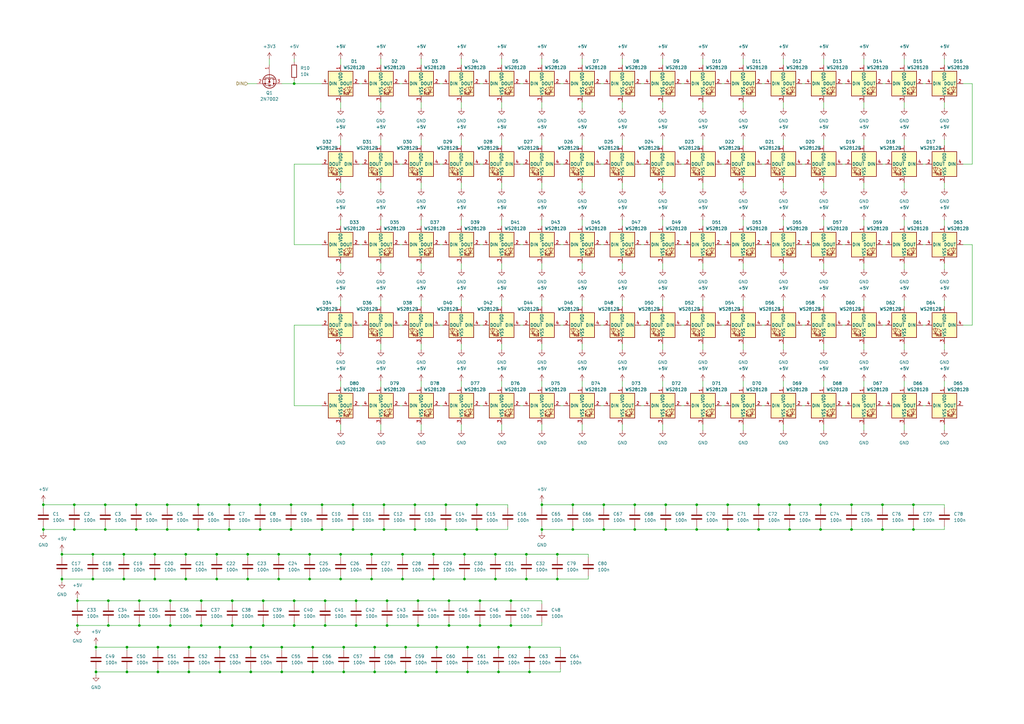
<source format=kicad_sch>
(kicad_sch (version 20250114) (generator "eeschema") (generator_version "9.0")
  (paper "A3")
  (junction (at 298.45 217.17))
  (junction (at 115.57 265.43))
  (junction (at 165.1 227.33))
  (junction (at 82.55 246.38))
  (junction (at 190.5 237.49))
  (junction (at 153.67 265.43))
  (junction (at 152.4 237.49))
  (junction (at 217.17 275.59))
  (junction (at 140.97 275.59))
  (junction (at 107.95 246.38))
  (junction (at 55.88 217.17))
  (junction (at 120.65 256.54))
  (junction (at 171.45 256.54))
  (junction (at 166.37 275.59))
  (junction (at 144.78 217.17))
  (junction (at 133.35 246.38))
  (junction (at 50.8 227.33))
  (junction (at 39.37 265.43))
  (junction (at 285.75 217.17))
  (junction (at 361.95 207.01))
  (junction (at 43.18 217.17))
  (junction (at 195.58 207.01))
  (junction (at 82.55 256.54))
  (junction (at 228.6 227.33))
  (junction (at 17.78 217.17))
  (junction (at 203.2 227.33))
  (junction (at 25.4 227.33))
  (junction (at 298.45 207.01))
  (junction (at 374.65 207.01))
  (junction (at 76.2 227.33))
  (junction (at 30.48 207.01))
  (junction (at 115.57 275.59))
  (junction (at 177.8 227.33))
  (junction (at 157.48 207.01))
  (junction (at 119.38 217.17))
  (junction (at 165.1 237.49))
  (junction (at 132.08 207.01))
  (junction (at 102.87 275.59))
  (junction (at 95.25 246.38))
  (junction (at 68.58 207.01))
  (junction (at 146.05 256.54))
  (junction (at 234.95 217.17))
  (junction (at 191.77 265.43))
  (junction (at 55.88 207.01))
  (junction (at 77.47 265.43))
  (junction (at 57.15 256.54))
  (junction (at 311.15 207.01))
  (junction (at 81.28 217.17))
  (junction (at 158.75 246.38))
  (junction (at 101.6 227.33))
  (junction (at 17.78 207.01))
  (junction (at 209.55 246.38))
  (junction (at 90.17 265.43))
  (junction (at 182.88 207.01))
  (junction (at 38.1 227.33))
  (junction (at 336.55 207.01))
  (junction (at 107.95 256.54))
  (junction (at 64.77 265.43))
  (junction (at 63.5 227.33))
  (junction (at 114.3 227.33))
  (junction (at 152.4 227.33))
  (junction (at 31.75 256.54))
  (junction (at 247.65 217.17))
  (junction (at 90.17 275.59))
  (junction (at 273.05 217.17))
  (junction (at 336.55 217.17))
  (junction (at 222.25 207.01))
  (junction (at 68.58 217.17))
  (junction (at 119.38 207.01))
  (junction (at 139.7 227.33))
  (junction (at 88.9 237.49))
  (junction (at 204.47 275.59))
  (junction (at 247.65 207.01))
  (junction (at 63.5 237.49))
  (junction (at 273.05 207.01))
  (junction (at 127 227.33))
  (junction (at 25.4 237.49))
  (junction (at 127 237.49))
  (junction (at 203.2 237.49))
  (junction (at 38.1 237.49))
  (junction (at 215.9 227.33))
  (junction (at 323.85 217.17))
  (junction (at 179.07 265.43))
  (junction (at 196.85 256.54))
  (junction (at 106.68 217.17))
  (junction (at 191.77 275.59))
  (junction (at 102.87 265.43))
  (junction (at 285.75 207.01))
  (junction (at 44.45 246.38))
  (junction (at 30.48 217.17))
  (junction (at 222.25 217.17))
  (junction (at 170.18 217.17))
  (junction (at 120.65 246.38))
  (junction (at 39.37 275.59))
  (junction (at 88.9 227.33))
  (junction (at 132.08 217.17))
  (junction (at 361.95 217.17))
  (junction (at 50.8 237.49))
  (junction (at 114.3 237.49))
  (junction (at 209.55 256.54))
  (junction (at 140.97 265.43))
  (junction (at 95.25 256.54))
  (junction (at 234.95 207.01))
  (junction (at 323.85 207.01))
  (junction (at 374.65 217.17))
  (junction (at 52.07 265.43))
  (junction (at 171.45 246.38))
  (junction (at 77.47 275.59))
  (junction (at 153.67 275.59))
  (junction (at 57.15 246.38))
  (junction (at 217.17 265.43))
  (junction (at 260.35 207.01))
  (junction (at 177.8 237.49))
  (junction (at 76.2 237.49))
  (junction (at 120.65 34.29))
  (junction (at 93.98 217.17))
  (junction (at 215.9 237.49))
  (junction (at 311.15 217.17))
  (junction (at 166.37 265.43))
  (junction (at 31.75 246.38))
  (junction (at 158.75 256.54))
  (junction (at 204.47 265.43))
  (junction (at 69.85 256.54))
  (junction (at 81.28 207.01))
  (junction (at 228.6 237.49))
  (junction (at 44.45 256.54))
  (junction (at 190.5 227.33))
  (junction (at 106.68 207.01))
  (junction (at 52.07 275.59))
  (junction (at 93.98 207.01))
  (junction (at 144.78 207.01))
  (junction (at 349.25 207.01))
  (junction (at 64.77 275.59))
  (junction (at 43.18 207.01))
  (junction (at 349.25 217.17))
  (junction (at 69.85 246.38))
  (junction (at 128.27 265.43))
  (junction (at 133.35 256.54))
  (junction (at 146.05 246.38))
  (junction (at 101.6 237.49))
  (junction (at 170.18 207.01))
  (junction (at 196.85 246.38))
  (junction (at 128.27 275.59))
  (junction (at 184.15 246.38))
  (junction (at 195.58 217.17))
  (junction (at 157.48 217.17))
  (junction (at 182.88 217.17))
  (junction (at 184.15 256.54))
  (junction (at 139.7 237.49))
  (junction (at 260.35 217.17))
  (junction (at 179.07 275.59))
  (wire (pts (xy 229.87 275.59) (xy 229.87 274.32)))
  (wire (pts (xy 321.31 107.95) (xy 321.31 110.49)))
  (wire (pts (xy 172.72 41.91) (xy 172.72 44.45)))
  (wire (pts (xy 114.3 227.33) (xy 101.6 227.33)))
  (wire (pts (xy 102.87 275.59) (xy 115.57 275.59)))
  (wire (pts (xy 189.23 173.99) (xy 189.23 176.53)))
  (wire (pts (xy 182.88 215.9) (xy 182.88 217.17)))
  (wire (pts (xy 171.45 255.27) (xy 171.45 256.54)))
  (wire (pts (xy 170.18 207.01) (xy 157.48 207.01)))
  (wire (pts (xy 152.4 227.33) (xy 139.7 227.33)))
  (wire (pts (xy 44.45 246.38) (xy 31.75 246.38)))
  (wire (pts (xy 241.3 228.6) (xy 241.3 227.33)))
  (wire (pts (xy 255.27 57.15) (xy 255.27 59.69)))
  (wire (pts (xy 93.98 215.9) (xy 93.98 217.17)))
  (wire (pts (xy 101.6 227.33) (xy 88.9 227.33)))
  (wire (pts (xy 158.75 255.27) (xy 158.75 256.54)))
  (wire (pts (xy 165.1 227.33) (xy 165.1 228.6)))
  (wire (pts (xy 241.3 237.49) (xy 241.3 236.22)))
  (wire (pts (xy 222.25 247.65) (xy 222.25 246.38)))
  (wire (pts (xy 90.17 265.43) (xy 77.47 265.43)))
  (wire (pts (xy 57.15 256.54) (xy 69.85 256.54)))
  (wire (pts (xy 115.57 265.43) (xy 102.87 265.43)))
  (wire (pts (xy 165.1 236.22) (xy 165.1 237.49)))
  (wire (pts (xy 144.78 217.17) (xy 157.48 217.17)))
  (wire (pts (xy 361.95 217.17) (xy 374.65 217.17)))
  (wire (pts (xy 222.25 215.9) (xy 222.25 217.17)))
  (wire (pts (xy 273.05 207.01) (xy 273.05 208.28)))
  (wire (pts (xy 209.55 256.54) (xy 222.25 256.54)))
  (wire (pts (xy 238.76 140.97) (xy 238.76 143.51)))
  (wire (pts (xy 205.74 57.15) (xy 205.74 59.69)))
  (wire (pts (xy 191.77 265.43) (xy 191.77 266.7)))
  (wire (pts (xy 180.34 34.29) (xy 181.61 34.29)))
  (wire (pts (xy 77.47 265.43) (xy 77.47 266.7)))
  (wire (pts (xy 139.7 173.99) (xy 139.7 176.53)))
  (wire (pts (xy 378.46 100.33) (xy 379.73 100.33)))
  (wire (pts (xy 120.65 100.33) (xy 120.65 67.31)))
  (wire (pts (xy 68.58 207.01) (xy 68.58 208.28)))
  (wire (pts (xy 179.07 265.43) (xy 166.37 265.43)))
  (wire (pts (xy 298.45 207.01) (xy 285.75 207.01)))
  (wire (pts (xy 133.35 246.38) (xy 120.65 246.38)))
  (wire (pts (xy 271.78 41.91) (xy 271.78 44.45)))
  (wire (pts (xy 172.72 156.21) (xy 172.72 158.75)))
  (wire (pts (xy 374.65 217.17) (xy 387.35 217.17)))
  (wire (pts (xy 132.08 133.35) (xy 120.65 133.35)))
  (wire (pts (xy 133.35 255.27) (xy 133.35 256.54)))
  (wire (pts (xy 271.78 74.93) (xy 271.78 77.47)))
  (wire (pts (xy 247.65 217.17) (xy 260.35 217.17)))
  (wire (pts (xy 172.72 24.13) (xy 172.72 26.67)))
  (wire (pts (xy 346.71 67.31) (xy 345.44 67.31)))
  (wire (pts (xy 177.8 227.33) (xy 165.1 227.33)))
  (wire (pts (xy 354.33 140.97) (xy 354.33 143.51)))
  (wire (pts (xy 119.38 215.9) (xy 119.38 217.17)))
  (wire (pts (xy 297.18 67.31) (xy 295.91 67.31)))
  (wire (pts (xy 147.32 166.37) (xy 148.59 166.37)))
  (wire (pts (xy 205.74 156.21) (xy 205.74 158.75)))
  (wire (pts (xy 271.78 107.95) (xy 271.78 110.49)))
  (wire (pts (xy 222.25 90.17) (xy 222.25 92.71)))
  (wire (pts (xy 31.75 256.54) (xy 44.45 256.54)))
  (wire (pts (xy 387.35 24.13) (xy 387.35 26.67)))
  (wire (pts (xy 374.65 207.01) (xy 374.65 208.28)))
  (wire (pts (xy 172.72 173.99) (xy 172.72 176.53)))
  (wire (pts (xy 222.25 107.95) (xy 222.25 110.49)))
  (wire (pts (xy 156.21 74.93) (xy 156.21 77.47)))
  (wire (pts (xy 208.28 217.17) (xy 208.28 215.9)))
  (wire (pts (xy 260.35 207.01) (xy 260.35 208.28)))
  (wire (pts (xy 337.82 107.95) (xy 337.82 110.49)))
  (wire (pts (xy 198.12 133.35) (xy 196.85 133.35)))
  (wire (pts (xy 148.59 133.35) (xy 147.32 133.35)))
  (wire (pts (xy 156.21 90.17) (xy 156.21 92.71)))
  (wire (pts (xy 153.67 274.32) (xy 153.67 275.59)))
  (wire (pts (xy 107.95 246.38) (xy 95.25 246.38)))
  (wire (pts (xy 43.18 207.01) (xy 30.48 207.01)))
  (wire (pts (xy 156.21 173.99) (xy 156.21 176.53)))
  (wire (pts (xy 140.97 265.43) (xy 128.27 265.43)))
  (wire (pts (xy 398.78 34.29) (xy 398.78 67.31)))
  (wire (pts (xy 203.2 236.22) (xy 203.2 237.49)))
  (wire (pts (xy 119.38 207.01) (xy 119.38 208.28)))
  (wire (pts (xy 50.8 227.33) (xy 38.1 227.33)))
  (wire (pts (xy 172.72 90.17) (xy 172.72 92.71)))
  (wire (pts (xy 139.7 107.95) (xy 139.7 110.49)))
  (wire (pts (xy 81.28 207.01) (xy 81.28 208.28)))
  (wire (pts (xy 195.58 217.17) (xy 208.28 217.17)))
  (wire (pts (xy 349.25 207.01) (xy 336.55 207.01)))
  (wire (pts (xy 285.75 217.17) (xy 298.45 217.17)))
  (wire (pts (xy 88.9 237.49) (xy 101.6 237.49)))
  (wire (pts (xy 57.15 246.38) (xy 44.45 246.38)))
  (wire (pts (xy 17.78 217.17) (xy 30.48 217.17)))
  (wire (pts (xy 321.31 41.91) (xy 321.31 44.45)))
  (wire (pts (xy 156.21 41.91) (xy 156.21 44.45)))
  (wire (pts (xy 120.65 256.54) (xy 133.35 256.54)))
  (wire (pts (xy 361.95 34.29) (xy 363.22 34.29)))
  (wire (pts (xy 394.97 100.33) (xy 398.78 100.33)))
  (wire (pts (xy 222.25 173.99) (xy 222.25 176.53)))
  (wire (pts (xy 280.67 133.35) (xy 279.4 133.35)))
  (wire (pts (xy 64.77 265.43) (xy 64.77 266.7)))
  (wire (pts (xy 95.25 246.38) (xy 95.25 247.65)))
  (wire (pts (xy 222.25 24.13) (xy 222.25 26.67)))
  (wire (pts (xy 128.27 275.59) (xy 140.97 275.59)))
  (wire (pts (xy 76.2 227.33) (xy 63.5 227.33)))
  (wire (pts (xy 255.27 140.97) (xy 255.27 143.51)))
  (wire (pts (xy 191.77 275.59) (xy 204.47 275.59)))
  (wire (pts (xy 127 236.22) (xy 127 237.49)))
  (wire (pts (xy 90.17 274.32) (xy 90.17 275.59)))
  (wire (pts (xy 288.29 140.97) (xy 288.29 143.51)))
  (wire (pts (xy 231.14 133.35) (xy 229.87 133.35)))
  (wire (pts (xy 205.74 107.95) (xy 205.74 110.49)))
  (wire (pts (xy 17.78 218.44) (xy 17.78 217.17)))
  (wire (pts (xy 157.48 217.17) (xy 170.18 217.17)))
  (wire (pts (xy 52.07 274.32) (xy 52.07 275.59)))
  (wire (pts (xy 157.48 207.01) (xy 157.48 208.28)))
  (wire (pts (xy 312.42 100.33) (xy 313.69 100.33)))
  (wire (pts (xy 101.6 227.33) (xy 101.6 228.6)))
  (wire (pts (xy 101.6 236.22) (xy 101.6 237.49)))
  (wire (pts (xy 55.88 207.01) (xy 55.88 208.28)))
  (wire (pts (xy 191.77 265.43) (xy 179.07 265.43)))
  (wire (pts (xy 107.95 246.38) (xy 107.95 247.65)))
  (wire (pts (xy 189.23 57.15) (xy 189.23 59.69)))
  (wire (pts (xy 157.48 215.9) (xy 157.48 217.17)))
  (wire (pts (xy 191.77 274.32) (xy 191.77 275.59)))
  (wire (pts (xy 323.85 207.01) (xy 323.85 208.28)))
  (wire (pts (xy 152.4 227.33) (xy 152.4 228.6)))
  (wire (pts (xy 115.57 265.43) (xy 115.57 266.7)))
  (wire (pts (xy 156.21 156.21) (xy 156.21 158.75)))
  (wire (pts (xy 189.23 90.17) (xy 189.23 92.71)))
  (wire (pts (xy 182.88 207.01) (xy 170.18 207.01)))
  (wire (pts (xy 82.55 255.27) (xy 82.55 256.54)))
  (wire (pts (xy 262.89 34.29) (xy 264.16 34.29)))
  (wire (pts (xy 229.87 34.29) (xy 231.14 34.29)))
  (wire (pts (xy 337.82 74.93) (xy 337.82 77.47)))
  (wire (pts (xy 214.63 133.35) (xy 213.36 133.35)))
  (wire (pts (xy 182.88 217.17) (xy 195.58 217.17)))
  (wire (pts (xy 361.95 166.37) (xy 363.22 166.37)))
  (wire (pts (xy 298.45 215.9) (xy 298.45 217.17)))
  (wire (pts (xy 106.68 217.17) (xy 119.38 217.17)))
  (wire (pts (xy 279.4 100.33) (xy 280.67 100.33)))
  (wire (pts (xy 158.75 246.38) (xy 146.05 246.38)))
  (wire (pts (xy 321.31 90.17) (xy 321.31 92.71)))
  (wire (pts (xy 311.15 215.9) (xy 311.15 217.17)))
  (wire (pts (xy 234.95 217.17) (xy 247.65 217.17)))
  (wire (pts (xy 146.05 255.27) (xy 146.05 256.54)))
  (wire (pts (xy 77.47 274.32) (xy 77.47 275.59)))
  (wire (pts (xy 231.14 67.31) (xy 229.87 67.31)))
  (wire (pts (xy 106.68 215.9) (xy 106.68 217.17)))
  (wire (pts (xy 153.67 265.43) (xy 153.67 266.7)))
  (wire (pts (xy 196.85 255.27) (xy 196.85 256.54)))
  (wire (pts (xy 25.4 227.33) (xy 25.4 226.06)))
  (wire (pts (xy 115.57 274.32) (xy 115.57 275.59)))
  (wire (pts (xy 321.31 57.15) (xy 321.31 59.69)))
  (wire (pts (xy 119.38 217.17) (xy 132.08 217.17)))
  (wire (pts (xy 336.55 207.01) (xy 323.85 207.01)))
  (wire (pts (xy 146.05 246.38) (xy 133.35 246.38)))
  (wire (pts (xy 222.25 256.54) (xy 222.25 255.27)))
  (wire (pts (xy 394.97 34.29) (xy 398.78 34.29)))
  (wire (pts (xy 288.29 123.19) (xy 288.29 125.73)))
  (wire (pts (xy 69.85 256.54) (xy 82.55 256.54)))
  (wire (pts (xy 120.65 24.13) (xy 120.65 25.4)))
  (wire (pts (xy 156.21 123.19) (xy 156.21 125.73)))
  (wire (pts (xy 30.48 207.01) (xy 17.78 207.01)))
  (wire (pts (xy 387.35 107.95) (xy 387.35 110.49)))
  (wire (pts (xy 101.6 34.29) (xy 105.41 34.29)))
  (wire (pts (xy 217.17 274.32) (xy 217.17 275.59)))
  (wire (pts (xy 271.78 140.97) (xy 271.78 143.51)))
  (wire (pts (xy 101.6 237.49) (xy 114.3 237.49)))
  (wire (pts (xy 114.3 237.49) (xy 127 237.49)))
  (wire (pts (xy 361.95 207.01) (xy 349.25 207.01)))
  (wire (pts (xy 63.5 227.33) (xy 63.5 228.6)))
  (wire (pts (xy 25.4 236.22) (xy 25.4 237.49)))
  (wire (pts (xy 203.2 227.33) (xy 215.9 227.33)))
  (wire (pts (xy 222.25 140.97) (xy 222.25 143.51)))
  (wire (pts (xy 228.6 236.22) (xy 228.6 237.49)))
  (wire (pts (xy 238.76 74.93) (xy 238.76 77.47)))
  (wire (pts (xy 361.95 215.9) (xy 361.95 217.17)))
  (wire (pts (xy 165.1 67.31) (xy 163.83 67.31)))
  (wire (pts (xy 93.98 217.17) (xy 106.68 217.17)))
  (wire (pts (xy 311.15 217.17) (xy 323.85 217.17)))
  (wire (pts (xy 127 237.49) (xy 139.7 237.49)))
  (wire (pts (xy 205.74 90.17) (xy 205.74 92.71)))
  (wire (pts (xy 370.84 57.15) (xy 370.84 59.69)))
  (wire (pts (xy 139.7 90.17) (xy 139.7 92.71)))
  (wire (pts (xy 114.3 227.33) (xy 114.3 228.6)))
  (wire (pts (xy 190.5 227.33) (xy 177.8 227.33)))
  (wire (pts (xy 120.65 33.02) (xy 120.65 34.29)))
  (wire (pts (xy 222.25 217.17) (xy 234.95 217.17)))
  (wire (pts (xy 337.82 140.97) (xy 337.82 143.51)))
  (wire (pts (xy 398.78 100.33) (xy 398.78 133.35)))
  (wire (pts (xy 152.4 237.49) (xy 165.1 237.49)))
  (wire (pts (xy 247.65 207.01) (xy 247.65 208.28)))
  (wire (pts (xy 156.21 24.13) (xy 156.21 26.67)))
  (wire (pts (xy 163.83 100.33) (xy 165.1 100.33)))
  (wire (pts (xy 184.15 255.27) (xy 184.15 256.54)))
  (wire (pts (xy 304.8 173.99) (xy 304.8 176.53)))
  (wire (pts (xy 354.33 74.93) (xy 354.33 77.47)))
  (wire (pts (xy 323.85 215.9) (xy 323.85 217.17)))
  (wire (pts (xy 172.72 107.95) (xy 172.72 110.49)))
  (wire (pts (xy 93.98 207.01) (xy 93.98 208.28)))
  (wire (pts (xy 82.55 246.38) (xy 69.85 246.38)))
  (wire (pts (xy 363.22 67.31) (xy 361.95 67.31)))
  (wire (pts (xy 63.5 227.33) (xy 50.8 227.33)))
  (wire (pts (xy 102.87 265.43) (xy 102.87 266.7)))
  (wire (pts (xy 297.18 133.35) (xy 295.91 133.35)))
  (wire (pts (xy 205.74 140.97) (xy 205.74 143.51)))
  (wire (pts (xy 57.15 246.38) (xy 57.15 247.65)))
  (wire (pts (xy 171.45 246.38) (xy 158.75 246.38)))
  (wire (pts (xy 228.6 228.6) (xy 228.6 227.33)))
  (wire (pts (xy 177.8 236.22) (xy 177.8 237.49)))
  (wire (pts (xy 64.77 274.32) (xy 64.77 275.59)))
  (wire (pts (xy 166.37 265.43) (xy 166.37 266.7)))
  (wire (pts (xy 43.18 217.17) (xy 55.88 217.17)))
  (wire (pts (xy 132.08 207.01) (xy 132.08 208.28)))
  (wire (pts (xy 153.67 275.59) (xy 166.37 275.59)))
  (wire (pts (xy 321.31 74.93) (xy 321.31 77.47)))
  (wire (pts (xy 217.17 265.43) (xy 229.87 265.43)))
  (wire (pts (xy 189.23 107.95) (xy 189.23 110.49)))
  (wire (pts (xy 354.33 90.17) (xy 354.33 92.71)))
  (wire (pts (xy 148.59 67.31) (xy 147.32 67.31)))
  (wire (pts (xy 196.85 246.38) (xy 184.15 246.38)))
  (wire (pts (xy 120.65 166.37) (xy 132.08 166.37)))
  (wire (pts (xy 304.8 74.93) (xy 304.8 77.47)))
  (wire (pts (xy 171.45 246.38) (xy 171.45 247.65)))
  (wire (pts (xy 39.37 276.86) (xy 39.37 275.59)))
  (wire (pts (xy 387.35 207.01) (xy 374.65 207.01)))
  (wire (pts (xy 95.25 255.27) (xy 95.25 256.54)))
  (wire (pts (xy 354.33 107.95) (xy 354.33 110.49)))
  (wire (pts (xy 195.58 208.28) (xy 195.58 207.01)))
  (wire (pts (xy 346.71 133.35) (xy 345.44 133.35)))
  (wire (pts (xy 95.25 246.38) (xy 82.55 246.38)))
  (wire (pts (xy 163.83 34.29) (xy 165.1 34.29)))
  (wire (pts (xy 214.63 67.31) (xy 213.36 67.31)))
  (wire (pts (xy 52.07 265.43) (xy 39.37 265.43)))
  (wire (pts (xy 370.84 41.91) (xy 370.84 44.45)))
  (wire (pts (xy 238.76 123.19) (xy 238.76 125.73)))
  (wire (pts (xy 295.91 100.33) (xy 297.18 100.33)))
  (wire (pts (xy 255.27 74.93) (xy 255.27 77.47)))
  (wire (pts (xy 370.84 24.13) (xy 370.84 26.67)))
  (wire (pts (xy 179.07 274.32) (xy 179.07 275.59)))
  (wire (pts (xy 132.08 207.01) (xy 119.38 207.01)))
  (wire (pts (xy 337.82 57.15) (xy 337.82 59.69)))
  (wire (pts (xy 132.08 217.17) (xy 144.78 217.17)))
  (wire (pts (xy 76.2 236.22) (xy 76.2 237.49)))
  (wire (pts (xy 189.23 140.97) (xy 189.23 143.51)))
  (wire (pts (xy 55.88 207.01) (xy 43.18 207.01)))
  (wire (pts (xy 222.25 156.21) (xy 222.25 158.75)))
  (wire (pts (xy 139.7 156.21) (xy 139.7 158.75)))
  (wire (pts (xy 120.65 34.29) (xy 132.08 34.29)))
  (wire (pts (xy 238.76 24.13) (xy 238.76 26.67)))
  (wire (pts (xy 304.8 156.21) (xy 304.8 158.75)))
  (wire (pts (xy 288.29 107.95) (xy 288.29 110.49)))
  (wire (pts (xy 177.8 237.49) (xy 190.5 237.49)))
  (wire (pts (xy 81.28 207.01) (xy 68.58 207.01)))
  (wire (pts (xy 229.87 266.7) (xy 229.87 265.43)))
  (wire (pts (xy 213.36 166.37) (xy 214.63 166.37)))
  (wire (pts (xy 128.27 265.43) (xy 115.57 265.43)))
  (wire (pts (xy 139.7 123.19) (xy 139.7 125.73)))
  (wire (pts (xy 337.82 41.91) (xy 337.82 44.45)))
  (wire (pts (xy 255.27 24.13) (xy 255.27 26.67)))
  (wire (pts (xy 204.47 265.43) (xy 217.17 265.43)))
  (wire (pts (xy 90.17 275.59) (xy 102.87 275.59)))
  (wire (pts (xy 229.87 166.37) (xy 231.14 166.37)))
  (wire (pts (xy 195.58 207.01) (xy 208.28 207.01)))
  (wire (pts (xy 146.05 246.38) (xy 146.05 247.65)))
  (wire (pts (xy 378.46 34.29) (xy 379.73 34.29)))
  (wire (pts (xy 39.37 274.32) (xy 39.37 275.59)))
  (wire (pts (xy 262.89 166.37) (xy 264.16 166.37)))
  (wire (pts (xy 52.07 265.43) (xy 52.07 266.7)))
  (wire (pts (xy 304.8 123.19) (xy 304.8 125.73)))
  (wire (pts (xy 189.23 123.19) (xy 189.23 125.73)))
  (wire (pts (xy 387.35 57.15) (xy 387.35 59.69)))
  (wire (pts (xy 195.58 215.9) (xy 195.58 217.17)))
  (wire (pts (xy 153.67 265.43) (xy 140.97 265.43)))
  (wire (pts (xy 50.8 227.33) (xy 50.8 228.6)))
  (wire (pts (xy 52.07 275.59) (xy 64.77 275.59)))
  (wire (pts (xy 139.7 236.22) (xy 139.7 237.49)))
  (wire (pts (xy 229.87 100.33) (xy 231.14 100.33)))
  (wire (pts (xy 222.25 218.44) (xy 222.25 217.17)))
  (wire (pts (xy 205.74 41.91) (xy 205.74 44.45)))
  (wire (pts (xy 264.16 133.35) (xy 262.89 133.35)))
  (wire (pts (xy 146.05 256.54) (xy 158.75 256.54)))
  (wire (pts (xy 88.9 236.22) (xy 88.9 237.49)))
  (wire (pts (xy 238.76 173.99) (xy 238.76 176.53)))
  (wire (pts (xy 69.85 246.38) (xy 57.15 246.38)))
  (wire (pts (xy 177.8 227.33) (xy 177.8 228.6)))
  (wire (pts (xy 298.45 207.01) (xy 298.45 208.28)))
  (wire (pts (xy 144.78 207.01) (xy 144.78 208.28)))
  (wire (pts (xy 190.5 227.33) (xy 190.5 228.6)))
  (wire (pts (xy 133.35 256.54) (xy 146.05 256.54)))
  (wire (pts (xy 370.84 107.95) (xy 370.84 110.49)))
  (wire (pts (xy 170.18 207.01) (xy 170.18 208.28)))
  (wire (pts (xy 69.85 255.27) (xy 69.85 256.54)))
  (wire (pts (xy 205.74 173.99) (xy 205.74 176.53)))
  (wire (pts (xy 182.88 207.01) (xy 182.88 208.28)))
  (wire (pts (xy 147.32 34.29) (xy 148.59 34.29)))
  (wire (pts (xy 387.35 173.99) (xy 387.35 176.53)))
  (wire (pts (xy 304.8 107.95) (xy 304.8 110.49)))
  (wire (pts (xy 82.55 246.38) (xy 82.55 247.65)))
  (wire (pts (xy 387.35 207.01) (xy 387.35 208.28)))
  (wire (pts (xy 190.5 237.49) (xy 203.2 237.49)))
  (wire (pts (xy 196.85 246.38) (xy 196.85 247.65)))
  (wire (pts (xy 120.65 100.33) (xy 132.08 100.33)))
  (wire (pts (xy 238.76 107.95) (xy 238.76 110.49)))
  (wire (pts (xy 304.8 24.13) (xy 304.8 26.67)))
  (wire (pts (xy 38.1 227.33) (xy 25.4 227.33)))
  (wire (pts (xy 184.15 256.54) (xy 196.85 256.54)))
  (wire (pts (xy 102.87 274.32) (xy 102.87 275.59)))
  (wire (pts (xy 234.95 207.01) (xy 222.25 207.01)))
  (wire (pts (xy 115.57 34.29) (xy 120.65 34.29)))
  (wire (pts (xy 298.45 217.17) (xy 311.15 217.17)))
  (wire (pts (xy 17.78 207.01) (xy 17.78 205.74)))
  (wire (pts (xy 172.72 57.15) (xy 172.72 59.69)))
  (wire (pts (xy 246.38 166.37) (xy 247.65 166.37)))
  (wire (pts (xy 379.73 133.35) (xy 378.46 133.35)))
  (wire (pts (xy 17.78 215.9) (xy 17.78 217.17)))
  (wire (pts (xy 166.37 265.43) (xy 153.67 265.43)))
  (wire (pts (xy 234.95 215.9) (xy 234.95 217.17)))
  (wire (pts (xy 180.34 100.33) (xy 181.61 100.33)))
  (wire (pts (xy 271.78 123.19) (xy 271.78 125.73)))
  (wire (pts (xy 209.55 247.65) (xy 209.55 246.38)))
  (wire (pts (xy 179.07 275.59) (xy 191.77 275.59)))
  (wire (pts (xy 184.15 246.38) (xy 184.15 247.65)))
  (wire (pts (xy 39.37 265.43) (xy 39.37 264.16)))
  (wire (pts (xy 181.61 67.31) (xy 180.34 67.31)))
  (wire (pts (xy 387.35 90.17) (xy 387.35 92.71)))
  (wire (pts (xy 387.35 41.91) (xy 387.35 44.45)))
  (wire (pts (xy 215.9 237.49) (xy 228.6 237.49)))
  (wire (pts (xy 345.44 100.33) (xy 346.71 100.33)))
  (wire (pts (xy 55.88 217.17) (xy 68.58 217.17)))
  (wire (pts (xy 120.65 246.38) (xy 107.95 246.38)))
  (wire (pts (xy 228.6 227.33) (xy 241.3 227.33)))
  (wire (pts (xy 349.25 215.9) (xy 349.25 217.17)))
  (wire (pts (xy 157.48 207.01) (xy 144.78 207.01)))
  (wire (pts (xy 280.67 67.31) (xy 279.4 67.31)))
  (wire (pts (xy 43.18 207.01) (xy 43.18 208.28)))
  (wire (pts (xy 345.44 166.37) (xy 346.71 166.37)))
  (wire (pts (xy 354.33 173.99) (xy 354.33 176.53)))
  (wire (pts (xy 198.12 67.31) (xy 196.85 67.31)))
  (wire (pts (xy 107.95 256.54) (xy 120.65 256.54)))
  (wire (pts (xy 209.55 246.38) (xy 222.25 246.38)))
  (wire (pts (xy 260.35 217.17) (xy 273.05 217.17)))
  (wire (pts (xy 128.27 265.43) (xy 128.27 266.7)))
  (wire (pts (xy 204.47 275.59) (xy 217.17 275.59)))
  (wire (pts (xy 313.69 133.35) (xy 312.42 133.35)))
  (wire (pts (xy 312.42 166.37) (xy 313.69 166.37)))
  (wire (pts (xy 76.2 237.49) (xy 88.9 237.49)))
  (wire (pts (xy 304.8 140.97) (xy 304.8 143.51)))
  (wire (pts (xy 128.27 274.32) (xy 128.27 275.59)))
  (wire (pts (xy 311.15 207.01) (xy 311.15 208.28)))
  (wire (pts (xy 127 227.33) (xy 114.3 227.33)))
  (wire (pts (xy 387.35 156.21) (xy 387.35 158.75)))
  (wire (pts (xy 182.88 207.01) (xy 195.58 207.01)))
  (wire (pts (xy 330.2 67.31) (xy 328.93 67.31)))
  (wire (pts (xy 163.83 166.37) (xy 165.1 166.37)))
  (wire (pts (xy 387.35 215.9) (xy 387.35 217.17)))
  (wire (pts (xy 77.47 275.59) (xy 90.17 275.59)))
  (wire (pts (xy 204.47 274.32) (xy 204.47 275.59)))
  (wire (pts (xy 30.48 207.01) (xy 30.48 208.28)))
  (wire (pts (xy 140.97 274.32) (xy 140.97 275.59)))
  (wire (pts (xy 170.18 215.9) (xy 170.18 217.17)))
  (wire (pts (xy 271.78 57.15) (xy 271.78 59.69)))
  (wire (pts (xy 107.95 255.27) (xy 107.95 256.54)))
  (wire (pts (xy 190.5 236.22) (xy 190.5 237.49)))
  (wire (pts (xy 152.4 236.22) (xy 152.4 237.49)))
  (wire (pts (xy 88.9 227.33) (xy 76.2 227.33)))
  (wire (pts (xy 139.7 227.33) (xy 127 227.33)))
  (wire (pts (xy 31.75 246.38) (xy 31.75 245.11)))
  (wire (pts (xy 133.35 246.38) (xy 133.35 247.65)))
  (wire (pts (xy 189.23 156.21) (xy 189.23 158.75)))
  (wire (pts (xy 313.69 67.31) (xy 312.42 67.31)))
  (wire (pts (xy 213.36 34.29) (xy 214.63 34.29)))
  (wire (pts (xy 17.78 207.01) (xy 17.78 208.28)))
  (wire (pts (xy 31.75 255.27) (xy 31.75 256.54)))
  (wire (pts (xy 204.47 265.43) (xy 191.77 265.43)))
  (wire (pts (xy 68.58 217.17) (xy 81.28 217.17)))
  (wire (pts (xy 321.31 24.13) (xy 321.31 26.67)))
  (wire (pts (xy 378.46 166.37) (xy 379.73 166.37)))
  (wire (pts (xy 25.4 238.76) (xy 25.4 237.49)))
  (wire (pts (xy 271.78 173.99) (xy 271.78 176.53)))
  (wire (pts (xy 213.36 100.33) (xy 214.63 100.33)))
  (wire (pts (xy 288.29 90.17) (xy 288.29 92.71)))
  (wire (pts (xy 38.1 227.33) (xy 38.1 228.6)))
  (wire (pts (xy 238.76 90.17) (xy 238.76 92.71)))
  (wire (pts (xy 156.21 107.95) (xy 156.21 110.49)))
  (wire (pts (xy 139.7 140.97) (xy 139.7 143.51)))
  (wire (pts (xy 204.47 265.43) (xy 204.47 266.7)))
  (wire (pts (xy 203.2 237.49) (xy 215.9 237.49)))
  (wire (pts (xy 271.78 24.13) (xy 271.78 26.67)))
  (wire (pts (xy 165.1 237.49) (xy 177.8 237.49)))
  (wire (pts (xy 196.85 100.33) (xy 198.12 100.33)))
  (wire (pts (xy 196.85 34.29) (xy 198.12 34.29)))
  (wire (pts (xy 196.85 246.38) (xy 209.55 246.38)))
  (wire (pts (xy 217.17 266.7) (xy 217.17 265.43)))
  (wire (pts (xy 115.57 275.59) (xy 128.27 275.59)))
  (wire (pts (xy 255.27 107.95) (xy 255.27 110.49)))
  (wire (pts (xy 144.78 207.01) (xy 132.08 207.01)))
  (wire (pts (xy 247.65 207.01) (xy 234.95 207.01)))
  (wire (pts (xy 361.95 100.33) (xy 363.22 100.33)))
  (wire (pts (xy 247.65 67.31) (xy 246.38 67.31)))
  (wire (pts (xy 68.58 215.9) (xy 68.58 217.17)))
  (wire (pts (xy 330.2 133.35) (xy 328.93 133.35)))
  (wire (pts (xy 120.65 246.38) (xy 120.65 247.65)))
  (wire (pts (xy 222.25 207.01) (xy 222.25 208.28)))
  (wire (pts (xy 336.55 217.17) (xy 349.25 217.17)))
  (wire (pts (xy 158.75 256.54) (xy 171.45 256.54)))
  (wire (pts (xy 147.32 100.33) (xy 148.59 100.33)))
  (wire (pts (xy 285.75 207.01) (xy 285.75 208.28)))
  (wire (pts (xy 68.58 207.01) (xy 55.88 207.01)))
  (wire (pts (xy 31.75 257.81) (xy 31.75 256.54)))
  (wire (pts (xy 203.2 228.6) (xy 203.2 227.33)))
  (wire (pts (xy 337.82 156.21) (xy 337.82 158.75)))
  (wire (pts (xy 246.38 34.29) (xy 247.65 34.29)))
  (wire (pts (xy 172.72 74.93) (xy 172.72 77.47)))
  (wire (pts (xy 166.37 275.59) (xy 179.07 275.59)))
  (wire (pts (xy 288.29 74.93) (xy 288.29 77.47)))
  (wire (pts (xy 354.33 24.13) (xy 354.33 26.67)))
  (wire (pts (xy 102.87 265.43) (xy 90.17 265.43)))
  (wire (pts (xy 321.31 123.19) (xy 321.31 125.73)))
  (wire (pts (xy 311.15 207.01) (xy 298.45 207.01)))
  (wire (pts (xy 139.7 57.15) (xy 139.7 59.69)))
  (wire (pts (xy 387.35 123.19) (xy 387.35 125.73)))
  (wire (pts (xy 264.16 67.31) (xy 262.89 67.31)))
  (wire (pts (xy 120.65 67.31) (xy 132.08 67.31)))
  (wire (pts (xy 88.9 227.33) (xy 88.9 228.6)))
  (wire (pts (xy 374.65 207.01) (xy 361.95 207.01)))
  (wire (pts (xy 288.29 156.21) (xy 288.29 158.75)))
  (wire (pts (xy 363.22 133.35) (xy 361.95 133.35)))
  (wire (pts (xy 205.74 24.13) (xy 205.74 26.67)))
  (wire (pts (xy 156.21 140.97) (xy 156.21 143.51)))
  (wire (pts (xy 288.29 41.91) (xy 288.29 44.45)))
  (wire (pts (xy 184.15 246.38) (xy 171.45 246.38)))
  (wire (pts (xy 114.3 236.22) (xy 114.3 237.49)))
  (wire (pts (xy 39.37 275.59) (xy 52.07 275.59)))
  (wire (pts (xy 288.29 57.15) (xy 288.29 59.69)))
  (wire (pts (xy 215.9 237.49) (xy 215.9 236.22)))
  (wire (pts (xy 156.21 57.15) (xy 156.21 59.69)))
  (wire (pts (xy 279.4 34.29) (xy 280.67 34.29)))
  (wire (pts (xy 295.91 166.37) (xy 297.18 166.37)))
  (wire (pts (xy 81.28 215.9) (xy 81.28 217.17)))
  (wire (pts (xy 336.55 207.01) (xy 336.55 208.28)))
  (wire (pts (xy 43.18 215.9) (xy 43.18 217.17)))
  (wire (pts (xy 354.33 123.19) (xy 354.33 125.73)))
  (wire (pts (xy 63.5 236.22) (xy 63.5 237.49)))
  (wire (pts (xy 31.75 246.38) (xy 31.75 247.65)))
  (wire (pts (xy 25.4 227.33) (xy 25.4 228.6)))
  (wire (pts (xy 39.37 265.43) (xy 39.37 266.7)))
  (wire (pts (xy 271.78 156.21) (xy 271.78 158.75)))
  (wire (pts (xy 354.33 57.15) (xy 354.33 59.69)))
  (wire (pts (xy 288.29 173.99) (xy 288.29 176.53)))
  (wire (pts (xy 172.72 123.19) (xy 172.72 125.73)))
  (wire (pts (xy 222.25 41.91) (xy 222.25 44.45)))
  (wire (pts (xy 321.31 173.99) (xy 321.31 176.53)))
  (wire (pts (xy 140.97 275.59) (xy 153.67 275.59)))
  (wire (pts (xy 387.35 74.93) (xy 387.35 77.47)))
  (wire (pts (xy 271.78 90.17) (xy 271.78 92.71)))
  (wire (pts (xy 179.07 265.43) (xy 179.07 266.7)))
  (wire (pts (xy 398.78 67.31) (xy 394.97 67.31)))
  (wire (pts (xy 279.4 166.37) (xy 280.67 166.37)))
  (wire (pts (xy 81.28 217.17) (xy 93.98 217.17)))
  (wire (pts (xy 255.27 123.19) (xy 255.27 125.73)))
  (wire (pts (xy 321.31 156.21) (xy 321.31 158.75)))
  (wire (pts (xy 295.91 34.29) (xy 297.18 34.29)))
  (wire (pts (xy 127 227.33) (xy 127 228.6)))
  (wire (pts (xy 349.25 207.01) (xy 349.25 208.28)))
  (wire (pts (xy 370.84 140.97) (xy 370.84 143.51)))
  (wire (pts (xy 196.85 256.54) (xy 209.55 256.54)))
  (wire (pts (xy 120.65 255.27) (xy 120.65 256.54)))
  (wire (pts (xy 222.25 207.01) (xy 222.25 205.74)))
  (wire (pts (xy 370.84 90.17) (xy 370.84 92.71)))
  (wire (pts (xy 238.76 57.15) (xy 238.76 59.69)))
  (wire (pts (xy 247.65 133.35) (xy 246.38 133.35)))
  (wire (pts (xy 273.05 217.17) (xy 285.75 217.17)))
  (wire (pts (xy 273.05 215.9) (xy 273.05 217.17)))
  (wire (pts (xy 44.45 256.54) (xy 57.15 256.54)))
  (wire (pts (xy 93.98 207.01) (xy 81.28 207.01)))
  (wire (pts (xy 77.47 265.43) (xy 64.77 265.43)))
  (wire (pts (xy 25.4 237.49) (xy 38.1 237.49)))
  (wire (pts (xy 119.38 207.01) (xy 106.68 207.01)))
  (wire (pts (xy 205.74 74.93) (xy 205.74 77.47)))
  (wire (pts (xy 144.78 215.9) (xy 144.78 217.17)))
  (wire (pts (xy 238.76 41.91) (xy 238.76 44.45)))
  (wire (pts (xy 38.1 236.22) (xy 38.1 237.49)))
  (wire (pts (xy 139.7 24.13) (xy 139.7 26.67)))
  (wire (pts (xy 370.84 173.99) (xy 370.84 176.53)))
  (wire (pts (xy 190.5 227.33) (xy 203.2 227.33)))
  (wire (pts (xy 222.25 57.15) (xy 222.25 59.69)))
  (wire (pts (xy 95.25 256.54) (xy 107.95 256.54)))
  (wire (pts (xy 336.55 215.9) (xy 336.55 217.17)))
  (wire (pts (xy 337.82 90.17) (xy 337.82 92.71)))
  (wire (pts (xy 349.25 217.17) (xy 361.95 217.17)))
  (wire (pts (xy 217.17 275.59) (xy 229.87 275.59)))
  (wire (pts (xy 255.27 41.91) (xy 255.27 44.45)))
  (wire (pts (xy 205.74 123.19) (xy 205.74 125.73)))
  (wire (pts (xy 370.84 156.21) (xy 370.84 158.75)))
  (wire (pts (xy 170.18 217.17) (xy 182.88 217.17)))
  (wire (pts (xy 139.7 41.91) (xy 139.7 44.45)))
  (wire (pts (xy 140.97 265.43) (xy 140.97 266.7)))
  (wire (pts (xy 55.88 215.9) (xy 55.88 217.17)))
  (wire (pts (xy 255.27 156.21) (xy 255.27 158.75)))
  (wire (pts (xy 337.82 173.99) (xy 337.82 176.53)))
  (wire (pts (xy 120.65 133.35) (xy 120.65 166.37)))
  (wire (pts (xy 215.9 228.6) (xy 215.9 227.33)))
  (wire (pts (xy 238.76 156.21) (xy 238.76 158.75)))
  (wire (pts (xy 57.15 255.27) (xy 57.15 256.54)))
  (wire (pts (xy 90.17 265.43) (xy 90.17 266.7)))
  (wire (pts (xy 158.75 246.38) (xy 158.75 247.65)))
  (wire (pts (xy 328.93 100.33) (xy 330.2 100.33)))
  (wire (pts (xy 273.05 207.01) (xy 260.35 207.01)))
  (wire (pts (xy 370.84 123.19) (xy 370.84 125.73)))
  (wire (pts (xy 171.45 256.54) (xy 184.15 256.54)))
  (wire (pts (xy 387.35 140.97) (xy 387.35 143.51)))
  (wire (pts (xy 312.42 34.29) (xy 313.69 34.29)))
  (wire (pts (xy 64.77 275.59) (xy 77.47 275.59)))
  (wire (pts (xy 64.77 265.43) (xy 52.07 265.43)))
  (wire (pts (xy 181.61 133.35) (xy 180.34 133.35)))
  (wire (pts (xy 328.93 166.37) (xy 330.2 166.37)))
  (wire (pts (xy 82.55 256.54) (xy 95.25 256.54)))
  (wire (pts (xy 260.35 215.9) (xy 260.35 217.17)))
  (wire (pts (xy 345.44 34.29) (xy 346.71 34.29)))
  (wire (pts (xy 44.45 255.27) (xy 44.45 256.54)))
  (wire (pts (xy 38.1 237.49) (xy 50.8 237.49)))
  (wire (pts (xy 255.27 90.17) (xy 255.27 92.71)))
  (wire (pts (xy 110.49 24.13) (xy 110.49 26.67)))
  (wire (pts (xy 328.93 34.29) (xy 330.2 34.29)))
  (wire (pts (xy 323.85 207.01) (xy 311.15 207.01)))
  (wire (pts (xy 76.2 227.33) (xy 76.2 228.6)))
  (wire (pts (xy 139.7 237.49) (xy 152.4 237.49)))
  (wire (pts (xy 222.25 123.19) (xy 222.25 125.73)))
  (wire (pts (xy 285.75 207.01) (xy 273.05 207.01)))
  (wire (pts (xy 166.37 274.32) (xy 166.37 275.59)))
  (wire (pts (xy 354.33 41.91) (xy 354.33 44.45)))
  (wire (pts (xy 370.84 74.93) (xy 370.84 77.47)))
  (wire (pts (xy 354.33 156.21) (xy 354.33 158.75)))
  (wire (pts (xy 398.78 133.35) (xy 394.97 133.35)))
  (wire (pts (xy 321.31 140.97) (xy 321.31 143.51)))
  (wire (pts (xy 139.7 227.33) (xy 139.7 228.6)))
  (wire (pts (xy 165.1 227.33) (xy 152.4 227.33)))
  (wire (pts (xy 304.8 41.91) (xy 304.8 44.45)))
  (wire (pts (xy 285.75 215.9) (xy 285.75 217.17)))
  (wire (pts (xy 30.48 215.9) (xy 30.48 217.17)))
  (wire (pts (xy 139.7 74.93) (xy 139.7 77.47)))
  (wire (pts (xy 222.25 74.93) (xy 222.25 77.47)))
  (wire (pts (xy 323.85 217.17) (xy 336.55 217.17)))
  (wire (pts (xy 63.5 237.49) (xy 76.2 237.49)))
  (wire (pts (xy 208.28 208.28) (xy 208.28 207.01)))
  (wire (pts (xy 50.8 237.49) (xy 63.5 237.49)))
  (wire (pts (xy 106.68 207.01) (xy 106.68 208.28)))
  (wire (pts (xy 304.8 90.17) (xy 304.8 92.71)))
  (wire (pts (xy 106.68 207.01) (xy 93.98 207.01)))
  (wire (pts (xy 132.08 215.9) (xy 132.08 217.17)))
  (wire (pts (xy 189.23 74.93) (xy 189.23 77.47)))
  (wire (pts (xy 30.48 217.17) (xy 43.18 217.17)))
  (wire (pts (xy 180.34 166.37) (xy 181.61 166.37)))
  (wire (pts (xy 228.6 237.49) (xy 241.3 237.49)))
  (wire (pts (xy 247.65 215.9) (xy 247.65 217.17)))
  (wire (pts (xy 234.95 207.01) (xy 234.95 208.28)))
  (wire (pts (xy 69.85 246.38) (xy 69.85 247.65)))
  (wire (pts (xy 215.9 227.33) (xy 228.6 227.33)))
  (wire (pts (xy 337.82 24.13) (xy 337.82 26.67)))
  (wire (pts (xy 379.73 67.31) (xy 378.46 67.31)))
  (wire (pts (xy 262.89 100.33) (xy 264.16 100.33)))
  (wire (pts (xy 189.23 24.13) (xy 189.23 26.67)))
  (wire (pts (xy 196.85 166.37) (xy 198.12 166.37)))
  (wire (pts (xy 50.8 236.22) (xy 50.8 237.49)))
  (wire (pts (xy 337.82 123.19) (xy 337.82 125.73)))
  (wire (pts (xy 189.23 41.91) (xy 189.23 44.45)))
  (wire (pts (xy 44.45 246.38) (xy 44.45 247.65)))
  (wire (pts (xy 374.65 215.9) (xy 374.65 217.17)))
  (wire (pts (xy 209.55 255.27) (xy 209.55 256.54)))
  (wire (pts (xy 255.27 173.99) (xy 255.27 176.53)))
  (wire (pts (xy 172.72 140.97) (xy 172.72 143.51)))
  (wire (pts (xy 165.1 133.35) (xy 163.83 133.35)))
  (wire (pts (xy 304.8 57.15) (xy 304.8 59.69)))
  (wire (pts (xy 288.29 24.13) (xy 288.29 26.67)))
  (wire (pts (xy 361.95 207.01) (xy 361.95 208.28)))
  (wire (pts (xy 246.38 100.33) (xy 247.65 100.33)))
  (wire (pts (xy 260.35 207.01) (xy 247.65 207.01)))
  (hierarchical_label "DIN" (shape input) (at 101.6 34.29 180))
  (symbol (lib_id "power:+5V") (at 321.31 123.19 0) (mirror y) (unit 1)
    (property "Reference" "#PWR0127" (effects (hide yes)))
    (property "Value" "+5V" (at 321.31 118.11 0))
    (property "Description" "Power symbol creates a global label with name \"+5V\"" (effects (hide yes)))
  )
  (symbol (lib_id "power:+5V") (at 387.35 24.13 0) (unit 1)
    (property "Reference" "#PWR047" (effects (hide yes)))
    (property "Value" "+5V" (at 387.35 19.05 0))
    (property "Description" "Power symbol creates a global label with name \"+5V\"" (effects (hide yes)))
  )
  (symbol (lib_id "power:+5V") (at 172.72 156.21 0) (unit 1)
    (property "Reference" "#PWR0174" (effects (hide yes)))
    (property "Value" "+5V" (at 172.72 151.13 0))
    (property "Description" "Power symbol creates a global label with name \"+5V\"" (effects (hide yes)))
  )
  (symbol (lib_id "LED:WS2812B") (at 337.82 166.37 0) (unit 1)
    (property "Reference" "D68" (at 343.408 157.226 0))
    (property "Value" "WS2812B" (at 343.408 159.766 0))
    (property "Footprint" "CustomLib:LED_SK6812_MINI_REVERSE" (effects (hide yes)))
    (property "Datasheet" "https://cdn-shop.adafruit.com/datasheets/WS2812B.pdf" (effects (hide yes)))
    (property "Description" "RGB LED with integrated controller" (effects (hide yes)))
  )
  (symbol (lib_id "power:+5V") (at 288.29 57.15 0) (mirror y) (unit 1)
    (property "Reference" "#PWR061" (effects (hide yes)))
    (property "Value" "+5V" (at 288.29 52.07 0))
    (property "Description" "Power symbol creates a global label with name \"+5V\"" (effects (hide yes)))
  )
  (symbol (lib_id "power:GND") (at 222.25 44.45 0) (unit 1)
    (property "Reference" "#PWR028" (effects (hide yes)))
    (property "Value" "GND" (at 222.25 49.53 0))
    (property "Description" "Power symbol creates a global label with name \"GND\" , ground" (effects (hide yes)))
  )
  (symbol (lib_id "power:+5V") (at 139.7 123.19 0) (mirror y) (unit 1)
    (property "Reference" "#PWR083" (effects (hide yes)))
    (property "Value" "+5V" (at 139.7 118.11 0))
    (property "Description" "Power symbol creates a global label with name \"+5V\"" (effects (hide yes)))
  )
  (symbol (lib_id "LED:WS2812B") (at 288.29 166.37 0) (unit 1)
    (property "Reference" "D71" (at 293.878 157.226 0))
    (property "Value" "WS2812B" (at 293.878 159.766 0))
    (property "Footprint" "CustomLib:LED_SK6812_MINI_REVERSE" (effects (hide yes)))
    (property "Datasheet" "https://cdn-shop.adafruit.com/datasheets/WS2812B.pdf" (effects (hide yes)))
    (property "Description" "RGB LED with integrated controller" (effects (hide yes)))
  )
  (symbol (lib_id "Device:C") (at 191.77 270.51 0) (unit 1)
    (property "Reference" "C61" (at 195.58 269.2399 0) (effects (justify left)))
    (property "Value" "100n" (at 195.58 271.7799 0) (effects (justify left)))
    (property "Footprint" "Capacitor_SMD:C_0603_1608Metric" (effects (hide yes)))
    (property "Description" "Unpolarized capacitor" (effects (hide yes)))
  )
  (symbol (lib_id "power:GND") (at 255.27 44.45 0) (unit 1)
    (property "Reference" "#PWR032" (effects (hide yes)))
    (property "Value" "GND" (at 255.27 49.53 0))
    (property "Description" "Power symbol creates a global label with name \"GND\" , ground" (effects (hide yes)))
  )
  (symbol (lib_id "power:GND") (at 337.82 44.45 0) (unit 1)
    (property "Reference" "#PWR042" (effects (hide yes)))
    (property "Value" "GND" (at 337.82 49.53 0))
    (property "Description" "Power symbol creates a global label with name \"GND\" , ground" (effects (hide yes)))
  )
  (symbol (lib_id "LED:WS2812B") (at 139.7 34.29 0) (unit 1)
    (property "Reference" "D1" (at 145.288 25.146 0))
    (property "Value" "WS2812B" (at 145.288 27.686 0))
    (property "Footprint" "CustomLib:LED_SK6812_MINI_REVERSE" (effects (hide yes)))
    (property "Datasheet" "https://cdn-shop.adafruit.com/datasheets/WS2812B.pdf" (effects (hide yes)))
    (property "Description" "RGB LED with integrated controller" (effects (hide yes)))
  )
  (symbol (lib_id "Device:C") (at 182.88 212.09 0) (unit 1)
    (property "Reference" "C14" (at 186.69 210.8199 0) (effects (justify left)))
    (property "Value" "100n" (at 186.69 213.3599 0) (effects (justify left)))
    (property "Footprint" "Capacitor_SMD:C_0603_1608Metric" (effects (hide yes)))
    (property "Description" "Unpolarized capacitor" (effects (hide yes)))
  )
  (symbol (lib_id "power:GND") (at 288.29 143.51 0) (mirror y) (unit 1)
    (property "Reference" "#PWR0120" (effects (hide yes)))
    (property "Value" "GND" (at 288.29 148.59 0))
    (property "Description" "Power symbol creates a global label with name \"GND\" , ground" (effects (hide yes)))
  )
  (symbol (lib_id "power:+5V") (at 370.84 90.17 0) (unit 1)
    (property "Reference" "#PWR0137" (effects (hide yes)))
    (property "Value" "+5V" (at 370.84 85.09 0))
    (property "Description" "Power symbol creates a global label with name \"+5V\"" (effects (hide yes)))
  )
  (symbol (lib_id "LED:WS2812B") (at 205.74 34.29 0) (unit 1)
    (property "Reference" "D5" (at 211.328 25.146 0))
    (property "Value" "WS2812B" (at 211.328 27.686 0))
    (property "Footprint" "CustomLib:LED_SK6812_MINI_REVERSE" (effects (hide yes)))
    (property "Datasheet" "https://cdn-shop.adafruit.com/datasheets/WS2812B.pdf" (effects (hide yes)))
    (property "Description" "RGB LED with integrated controller" (effects (hide yes)))
  )
  (symbol (lib_id "power:+5V") (at 120.65 24.13 0) (unit 1)
    (property "Reference" "#PWR018" (effects (hide yes)))
    (property "Value" "+5V" (at 120.65 19.05 0))
    (property "Description" "Power symbol creates a global label with name \"+5V\"" (effects (hide yes)))
  )
  (symbol (lib_id "LED:WS2812B") (at 321.31 133.35 0) (mirror y) (unit 1)
    (property "Reference" "D56" (at 315.722 124.206 0))
    (property "Value" "WS2812B" (at 315.722 126.746 0))
    (property "Footprint" "CustomLib:LED_SK6812_MINI_REVERSE" (effects (hide yes)))
    (property "Datasheet" "https://cdn-shop.adafruit.com/datasheets/WS2812B.pdf" (effects (hide yes)))
    (property "Description" "RGB LED with integrated controller" (effects (hide yes)))
  )
  (symbol (lib_id "LED:WS2812B") (at 255.27 166.37 0) (unit 1)
    (property "Reference" "D73" (at 260.858 157.226 0))
    (property "Value" "WS2812B" (at 260.858 159.766 0))
    (property "Footprint" "CustomLib:LED_SK6812_MINI_REVERSE" (effects (hide yes)))
    (property "Datasheet" "https://cdn-shop.adafruit.com/datasheets/WS2812B.pdf" (effects (hide yes)))
    (property "Description" "RGB LED with integrated controller" (effects (hide yes)))
  )
  (symbol (lib_id "LED:WS2812B") (at 238.76 166.37 0) (unit 1)
    (property "Reference" "D74" (at 244.348 157.226 0))
    (property "Value" "WS2812B" (at 244.348 159.766 0))
    (property "Footprint" "CustomLib:LED_SK6812_MINI_REVERSE" (effects (hide yes)))
    (property "Datasheet" "https://cdn-shop.adafruit.com/datasheets/WS2812B.pdf" (effects (hide yes)))
    (property "Description" "RGB LED with integrated controller" (effects (hide yes)))
  )
  (symbol (lib_id "LED:WS2812B") (at 321.31 166.37 0) (unit 1)
    (property "Reference" "D69" (at 326.898 157.226 0))
    (property "Value" "WS2812B" (at 326.898 159.766 0))
    (property "Footprint" "CustomLib:LED_SK6812_MINI_REVERSE" (effects (hide yes)))
    (property "Datasheet" "https://cdn-shop.adafruit.com/datasheets/WS2812B.pdf" (effects (hide yes)))
    (property "Description" "RGB LED with integrated controller" (effects (hide yes)))
  )
  (symbol (lib_id "power:+5V") (at 321.31 57.15 0) (mirror y) (unit 1)
    (property "Reference" "#PWR057" (effects (hide yes)))
    (property "Value" "+5V" (at 321.31 52.07 0))
    (property "Description" "Power symbol creates a global label with name \"+5V\"" (effects (hide yes)))
  )
  (symbol (lib_id "Device:C") (at 170.18 212.09 0) (unit 1)
    (property "Reference" "C13" (at 173.99 210.8199 0) (effects (justify left)))
    (property "Value" "100n" (at 173.99 213.3599 0) (effects (justify left)))
    (property "Footprint" "Capacitor_SMD:C_0603_1608Metric" (effects (hide yes)))
    (property "Description" "Unpolarized capacitor" (effects (hide yes)))
  )
  (symbol (lib_id "power:+5V") (at 304.8 90.17 0) (unit 1)
    (property "Reference" "#PWR0121" (effects (hide yes)))
    (property "Value" "+5V" (at 304.8 85.09 0))
    (property "Description" "Power symbol creates a global label with name \"+5V\"" (effects (hide yes)))
  )
  (symbol (lib_id "Device:C") (at 229.87 270.51 0) (unit 1)
    (property "Reference" "C64" (at 233.68 269.2399 0) (effects (justify left)))
    (property "Value" "100n" (at 233.68 271.7799 0) (effects (justify left)))
    (property "Footprint" "Capacitor_SMD:C_0603_1608Metric" (effects (hide yes)))
    (property "Description" "Unpolarized capacitor" (effects (hide yes)))
  )
  (symbol (lib_id "LED:WS2812B") (at 321.31 67.31 0) (mirror y) (unit 1)
    (property "Reference" "D21" (at 315.722 58.166 0))
    (property "Value" "WS2812B" (at 315.722 60.706 0))
    (property "Footprint" "CustomLib:LED_SK6812_MINI_REVERSE" (effects (hide yes)))
    (property "Datasheet" "https://cdn-shop.adafruit.com/datasheets/WS2812B.pdf" (effects (hide yes)))
    (property "Description" "RGB LED with integrated controller" (effects (hide yes)))
  )
  (symbol (lib_id "power:+5V") (at 354.33 156.21 0) (unit 1)
    (property "Reference" "#PWR0152" (effects (hide yes)))
    (property "Value" "+5V" (at 354.33 151.13 0))
    (property "Description" "Power symbol creates a global label with name \"+5V\"" (effects (hide yes)))
  )
  (symbol (lib_id "power:GND") (at 189.23 143.51 0) (mirror y) (unit 1)
    (property "Reference" "#PWR096" (effects (hide yes)))
    (property "Value" "GND" (at 189.23 148.59 0))
    (property "Description" "Power symbol creates a global label with name \"GND\" , ground" (effects (hide yes)))
  )
  (symbol (lib_id "power:GND") (at 288.29 176.53 0) (unit 1)
    (property "Reference" "#PWR0161" (effects (hide yes)))
    (property "Value" "GND" (at 288.29 181.61 0))
    (property "Description" "Power symbol creates a global label with name \"GND\" , ground" (effects (hide yes)))
  )
  (symbol (lib_id "LED:WS2812B") (at 304.8 67.31 0) (mirror y) (unit 1)
    (property "Reference" "D22" (at 299.212 58.166 0))
    (property "Value" "WS2812B" (at 299.212 60.706 0))
    (property "Footprint" "CustomLib:LED_SK6812_MINI_REVERSE" (effects (hide yes)))
    (property "Datasheet" "https://cdn-shop.adafruit.com/datasheets/WS2812B.pdf" (effects (hide yes)))
    (property "Description" "RGB LED with integrated controller" (effects (hide yes)))
  )
  (symbol (lib_id "power:+5V") (at 205.74 57.15 0) (mirror y) (unit 1)
    (property "Reference" "#PWR071" (effects (hide yes)))
    (property "Value" "+5V" (at 205.74 52.07 0))
    (property "Description" "Power symbol creates a global label with name \"+5V\"" (effects (hide yes)))
  )
  (symbol (lib_id "LED:WS2812B") (at 337.82 67.31 0) (mirror y) (unit 1)
    (property "Reference" "D20" (at 332.232 58.166 0))
    (property "Value" "WS2812B" (at 332.232 60.706 0))
    (property "Footprint" "CustomLib:LED_SK6812_MINI_REVERSE" (effects (hide yes)))
    (property "Datasheet" "https://cdn-shop.adafruit.com/datasheets/WS2812B.pdf" (effects (hide yes)))
    (property "Description" "RGB LED with integrated controller" (effects (hide yes)))
  )
  (symbol (lib_id "Device:C") (at 139.7 232.41 0) (unit 1)
    (property "Reference" "C26" (at 143.51 231.1399 0) (effects (justify left)))
    (property "Value" "100n" (at 143.51 233.6799 0) (effects (justify left)))
    (property "Footprint" "Capacitor_SMD:C_0603_1608Metric" (effects (hide yes)))
    (property "Description" "Unpolarized capacitor" (effects (hide yes)))
  )
  (symbol (lib_id "LED:WS2812B") (at 205.74 100.33 0) (unit 1)
    (property "Reference" "D41" (at 211.328 91.186 0))
    (property "Value" "WS2812B" (at 211.328 93.726 0))
    (property "Footprint" "CustomLib:LED_SK6812_MINI_REVERSE" (effects (hide yes)))
    (property "Datasheet" "https://cdn-shop.adafruit.com/datasheets/WS2812B.pdf" (effects (hide yes)))
    (property "Description" "RGB LED with integrated controller" (effects (hide yes)))
  )
  (symbol (lib_id "LED:WS2812B") (at 189.23 133.35 0) (mirror y) (unit 1)
    (property "Reference" "D40" (at 183.642 124.206 0))
    (property "Value" "WS2812B" (at 183.642 126.746 0))
    (property "Footprint" "CustomLib:LED_SK6812_MINI_REVERSE" (effects (hide yes)))
    (property "Datasheet" "https://cdn-shop.adafruit.com/datasheets/WS2812B.pdf" (effects (hide yes)))
    (property "Description" "RGB LED with integrated controller" (effects (hide yes)))
  )
  (symbol (lib_id "power:GND") (at 321.31 77.47 0) (mirror y) (unit 1)
    (property "Reference" "#PWR058" (effects (hide yes)))
    (property "Value" "GND" (at 321.31 82.55 0))
    (property "Description" "Power symbol creates a global label with name \"GND\" , ground" (effects (hide yes)))
  )
  (symbol (lib_id "Device:C") (at 93.98 212.09 0) (unit 1)
    (property "Reference" "C7" (at 97.79 210.8199 0) (effects (justify left)))
    (property "Value" "100n" (at 97.79 213.3599 0) (effects (justify left)))
    (property "Footprint" "Capacitor_SMD:C_0603_1608Metric" (effects (hide yes)))
    (property "Description" "Unpolarized capacitor" (effects (hide yes)))
  )
  (symbol (lib_id "power:GND") (at 205.74 44.45 0) (unit 1)
    (property "Reference" "#PWR026" (effects (hide yes)))
    (property "Value" "GND" (at 205.74 49.53 0))
    (property "Description" "Power symbol creates a global label with name \"GND\" , ground" (effects (hide yes)))
  )
  (symbol (lib_id "power:+5V") (at 304.8 57.15 0) (mirror y) (unit 1)
    (property "Reference" "#PWR059" (effects (hide yes)))
    (property "Value" "+5V" (at 304.8 52.07 0))
    (property "Description" "Power symbol creates a global label with name \"+5V\"" (effects (hide yes)))
  )
  (symbol (lib_id "LED:WS2812B") (at 354.33 133.35 0) (mirror y) (unit 1)
    (property "Reference" "D60" (at 348.742 124.206 0))
    (property "Value" "WS2812B" (at 348.742 126.746 0))
    (property "Footprint" "CustomLib:LED_SK6812_MINI_REVERSE" (effects (hide yes)))
    (property "Datasheet" "https://cdn-shop.adafruit.com/datasheets/WS2812B.pdf" (effects (hide yes)))
    (property "Description" "RGB LED with integrated controller" (effects (hide yes)))
  )
  (symbol (lib_id "Device:C") (at 311.15 212.09 0) (unit 1)
    (property "Reference" "C72" (at 314.96 210.8199 0) (effects (justify left)))
    (property "Value" "100n" (at 314.96 213.3599 0) (effects (justify left)))
    (property "Footprint" "Capacitor_SMD:C_0603_1608Metric" (effects (hide yes)))
    (property "Description" "Unpolarized capacitor" (effects (hide yes)))
  )
  (symbol (lib_id "LED:WS2812B") (at 255.27 34.29 0) (unit 1)
    (property "Reference" "D8" (at 260.858 25.146 0))
    (property "Value" "WS2812B" (at 260.858 27.686 0))
    (property "Footprint" "CustomLib:LED_SK6812_MINI_REVERSE" (effects (hide yes)))
    (property "Datasheet" "https://cdn-shop.adafruit.com/datasheets/WS2812B.pdf" (effects (hide yes)))
    (property "Description" "RGB LED with integrated controller" (effects (hide yes)))
  )
  (symbol (lib_id "power:+5V") (at 25.4 226.06 0) (unit 1)
    (property "Reference" "#PWR0184" (effects (hide yes)))
    (property "Value" "+5V" (at 25.4 220.98 0))
    (property "Description" "Power symbol creates a global label with name \"+5V\"" (effects (hide yes)))
  )
  (symbol (lib_id "Device:C") (at 361.95 212.09 0) (unit 1)
    (property "Reference" "C76" (at 365.76 210.8199 0) (effects (justify left)))
    (property "Value" "100n" (at 365.76 213.3599 0) (effects (justify left)))
    (property "Footprint" "Capacitor_SMD:C_0603_1608Metric" (effects (hide yes)))
    (property "Description" "Unpolarized capacitor" (effects (hide yes)))
  )
  (symbol (lib_id "LED:WS2812B") (at 387.35 166.37 0) (unit 1)
    (property "Reference" "D65" (at 392.938 157.226 0))
    (property "Value" "WS2812B" (at 392.938 159.766 0))
    (property "Footprint" "CustomLib:LED_SK6812_MINI_REVERSE" (effects (hide yes)))
    (property "Datasheet" "https://cdn-shop.adafruit.com/datasheets/WS2812B.pdf" (effects (hide yes)))
    (property "Description" "RGB LED with integrated controller" (effects (hide yes)))
  )
  (symbol (lib_id "power:+5V") (at 271.78 123.19 0) (mirror y) (unit 1)
    (property "Reference" "#PWR0115" (effects (hide yes)))
    (property "Value" "+5V" (at 271.78 118.11 0))
    (property "Description" "Power symbol creates a global label with name \"+5V\"" (effects (hide yes)))
  )
  (symbol (lib_id "LED:WS2812B") (at 304.8 100.33 0) (unit 1)
    (property "Reference" "D53" (at 310.388 91.186 0))
    (property "Value" "WS2812B" (at 310.388 93.726 0))
    (property "Footprint" "CustomLib:LED_SK6812_MINI_REVERSE" (effects (hide yes)))
    (property "Datasheet" "https://cdn-shop.adafruit.com/datasheets/WS2812B.pdf" (effects (hide yes)))
    (property "Description" "RGB LED with integrated controller" (effects (hide yes)))
  )
  (symbol (lib_id "power:+5V") (at 238.76 156.21 0) (unit 1)
    (property "Reference" "#PWR0166" (effects (hide yes)))
    (property "Value" "+5V" (at 238.76 151.13 0))
    (property "Description" "Power symbol creates a global label with name \"+5V\"" (effects (hide yes)))
  )
  (symbol (lib_id "Device:C") (at 88.9 232.41 0) (unit 1)
    (property "Reference" "C22" (at 92.71 231.1399 0) (effects (justify left)))
    (property "Value" "100n" (at 92.71 233.6799 0) (effects (justify left)))
    (property "Footprint" "Capacitor_SMD:C_0603_1608Metric" (effects (hide yes)))
    (property "Description" "Unpolarized capacitor" (effects (hide yes)))
  )
  (symbol (lib_id "power:+5V") (at 271.78 90.17 0) (unit 1)
    (property "Reference" "#PWR0113" (effects (hide yes)))
    (property "Value" "+5V" (at 271.78 85.09 0))
    (property "Description" "Power symbol creates a global label with name \"+5V\"" (effects (hide yes)))
  )
  (symbol (lib_id "power:+5V") (at 337.82 156.21 0) (unit 1)
    (property "Reference" "#PWR0154" (effects (hide yes)))
    (property "Value" "+5V" (at 337.82 151.13 0))
    (property "Description" "Power symbol creates a global label with name \"+5V\"" (effects (hide yes)))
  )
  (symbol (lib_id "LED:WS2812B") (at 271.78 67.31 0) (mirror y) (unit 1)
    (property "Reference" "D24" (at 266.192 58.166 0))
    (property "Value" "WS2812B" (at 266.192 60.706 0))
    (property "Footprint" "CustomLib:LED_SK6812_MINI_REVERSE" (effects (hide yes)))
    (property "Datasheet" "https://cdn-shop.adafruit.com/datasheets/WS2812B.pdf" (effects (hide yes)))
    (property "Description" "RGB LED with integrated controller" (effects (hide yes)))
  )
  (symbol (lib_id "LED:WS2812B") (at 222.25 100.33 0) (unit 1)
    (property "Reference" "D43" (at 227.838 91.186 0))
    (property "Value" "WS2812B" (at 227.838 93.726 0))
    (property "Footprint" "CustomLib:LED_SK6812_MINI_REVERSE" (effects (hide yes)))
    (property "Datasheet" "https://cdn-shop.adafruit.com/datasheets/WS2812B.pdf" (effects (hide yes)))
    (property "Description" "RGB LED with integrated controller" (effects (hide yes)))
  )
  (symbol (lib_id "power:+5V") (at 337.82 90.17 0) (unit 1)
    (property "Reference" "#PWR0129" (effects (hide yes)))
    (property "Value" "+5V" (at 337.82 85.09 0))
    (property "Description" "Power symbol creates a global label with name \"+5V\"" (effects (hide yes)))
  )
  (symbol (lib_id "power:GND") (at 172.72 77.47 0) (mirror y) (unit 1)
    (property "Reference" "#PWR076" (effects (hide yes)))
    (property "Value" "GND" (at 172.72 82.55 0))
    (property "Description" "Power symbol creates a global label with name \"GND\" , ground" (effects (hide yes)))
  )
  (symbol (lib_id "Device:C") (at 146.05 251.46 0) (unit 1)
    (property "Reference" "C42" (at 149.86 250.1899 0) (effects (justify left)))
    (property "Value" "100n" (at 149.86 252.7299 0) (effects (justify left)))
    (property "Footprint" "Capacitor_SMD:C_0603_1608Metric" (effects (hide yes)))
    (property "Description" "Unpolarized capacitor" (effects (hide yes)))
  )
  (symbol (lib_id "power:+5V") (at 172.72 123.19 0) (mirror y) (unit 1)
    (property "Reference" "#PWR091" (effects (hide yes)))
    (property "Value" "+5V" (at 172.72 118.11 0))
    (property "Description" "Power symbol creates a global label with name \"+5V\"" (effects (hide yes)))
  )
  (symbol (lib_id "LED:WS2812B") (at 172.72 67.31 0) (mirror y) (unit 1)
    (property "Reference" "D30" (at 167.132 58.166 0))
    (property "Value" "WS2812B" (at 167.132 60.706 0))
    (property "Footprint" "CustomLib:LED_SK6812_MINI_REVERSE" (effects (hide yes)))
    (property "Datasheet" "https://cdn-shop.adafruit.com/datasheets/WS2812B.pdf" (effects (hide yes)))
    (property "Description" "RGB LED with integrated controller" (effects (hide yes)))
  )
  (symbol (lib_id "power:GND") (at 238.76 44.45 0) (unit 1)
    (property "Reference" "#PWR030" (effects (hide yes)))
    (property "Value" "GND" (at 238.76 49.53 0))
    (property "Description" "Power symbol creates a global label with name \"GND\" , ground" (effects (hide yes)))
  )
  (symbol (lib_id "LED:WS2812B") (at 304.8 166.37 0) (unit 1)
    (property "Reference" "D70" (at 310.388 157.226 0))
    (property "Value" "WS2812B" (at 310.388 159.766 0))
    (property "Footprint" "CustomLib:LED_SK6812_MINI_REVERSE" (effects (hide yes)))
    (property "Datasheet" "https://cdn-shop.adafruit.com/datasheets/WS2812B.pdf" (effects (hide yes)))
    (property "Description" "RGB LED with integrated controller" (effects (hide yes)))
  )
  (symbol (lib_id "power:GND") (at 205.74 176.53 0) (unit 1)
    (property "Reference" "#PWR0171" (effects (hide yes)))
    (property "Value" "GND" (at 205.74 181.61 0))
    (property "Description" "Power symbol creates a global label with name \"GND\" , ground" (effects (hide yes)))
  )
  (symbol (lib_id "Device:C") (at 107.95 251.46 0) (unit 1)
    (property "Reference" "C39" (at 111.76 250.1899 0) (effects (justify left)))
    (property "Value" "100n" (at 111.76 252.7299 0) (effects (justify left)))
    (property "Footprint" "Capacitor_SMD:C_0603_1608Metric" (effects (hide yes)))
    (property "Description" "Unpolarized capacitor" (effects (hide yes)))
  )
  (symbol (lib_id "power:GND") (at 354.33 77.47 0) (mirror y) (unit 1)
    (property "Reference" "#PWR054" (effects (hide yes)))
    (property "Value" "GND" (at 354.33 82.55 0))
    (property "Description" "Power symbol creates a global label with name \"GND\" , ground" (effects (hide yes)))
  )
  (symbol (lib_id "LED:WS2812B") (at 238.76 133.35 0) (mirror y) (unit 1)
    (property "Reference" "D46" (at 233.172 124.206 0))
    (property "Value" "WS2812B" (at 233.172 126.746 0))
    (property "Footprint" "CustomLib:LED_SK6812_MINI_REVERSE" (effects (hide yes)))
    (property "Datasheet" "https://cdn-shop.adafruit.com/datasheets/WS2812B.pdf" (effects (hide yes)))
    (property "Description" "RGB LED with integrated controller" (effects (hide yes)))
  )
  (symbol (lib_id "Device:C") (at 195.58 212.09 0) (unit 1)
    (property "Reference" "C15" (at 199.39 210.8199 0) (effects (justify left)))
    (property "Value" "100n" (at 199.39 213.3599 0) (effects (justify left)))
    (property "Footprint" "Capacitor_SMD:C_0603_1608Metric" (effects (hide yes)))
    (property "Description" "Unpolarized capacitor" (effects (hide yes)))
  )
  (symbol (lib_id "power:GND") (at 205.74 143.51 0) (mirror y) (unit 1)
    (property "Reference" "#PWR0100" (effects (hide yes)))
    (property "Value" "GND" (at 205.74 148.59 0))
    (property "Description" "Power symbol creates a global label with name \"GND\" , ground" (effects (hide yes)))
  )
  (symbol (lib_id "power:GND") (at 354.33 176.53 0) (unit 1)
    (property "Reference" "#PWR0153" (effects (hide yes)))
    (property "Value" "GND" (at 354.33 181.61 0))
    (property "Description" "Power symbol creates a global label with name \"GND\" , ground" (effects (hide yes)))
  )
  (symbol (lib_id "LED:WS2812B") (at 189.23 166.37 0) (unit 1)
    (property "Reference" "D77" (at 194.818 157.226 0))
    (property "Value" "WS2812B" (at 194.818 159.766 0))
    (property "Footprint" "CustomLib:LED_SK6812_MINI_REVERSE" (effects (hide yes)))
    (property "Datasheet" "https://cdn-shop.adafruit.com/datasheets/WS2812B.pdf" (effects (hide yes)))
    (property "Description" "RGB LED with integrated controller" (effects (hide yes)))
  )
  (symbol (lib_id "Device:C") (at 204.47 270.51 0) (unit 1)
    (property "Reference" "C62" (at 208.28 269.2399 0) (effects (justify left)))
    (property "Value" "100n" (at 208.28 271.7799 0) (effects (justify left)))
    (property "Footprint" "Capacitor_SMD:C_0603_1608Metric" (effects (hide yes)))
    (property "Description" "Unpolarized capacitor" (effects (hide yes)))
  )
  (symbol (lib_id "power:GND") (at 304.8 143.51 0) (mirror y) (unit 1)
    (property "Reference" "#PWR0124" (effects (hide yes)))
    (property "Value" "GND" (at 304.8 148.59 0))
    (property "Description" "Power symbol creates a global label with name \"GND\" , ground" (effects (hide yes)))
  )
  (symbol (lib_id "power:GND") (at 156.21 176.53 0) (unit 1)
    (property "Reference" "#PWR0177" (effects (hide yes)))
    (property "Value" "GND" (at 156.21 181.61 0))
    (property "Description" "Power symbol creates a global label with name \"GND\" , ground" (effects (hide yes)))
  )
  (symbol (lib_id "power:+5V") (at 387.35 156.21 0) (unit 1)
    (property "Reference" "#PWR0148" (effects (hide yes)))
    (property "Value" "+5V" (at 387.35 151.13 0))
    (property "Description" "Power symbol creates a global label with name \"+5V\"" (effects (hide yes)))
  )
  (symbol (lib_id "power:+5V") (at 189.23 24.13 0) (unit 1)
    (property "Reference" "#PWR023" (effects (hide yes)))
    (property "Value" "+5V" (at 189.23 19.05 0))
    (property "Description" "Power symbol creates a global label with name \"+5V\"" (effects (hide yes)))
  )
  (symbol (lib_id "Device:C") (at 81.28 212.09 0) (unit 1)
    (property "Reference" "C6" (at 85.09 210.8199 0) (effects (justify left)))
    (property "Value" "100n" (at 85.09 213.3599 0) (effects (justify left)))
    (property "Footprint" "Capacitor_SMD:C_0603_1608Metric" (effects (hide yes)))
    (property "Description" "Unpolarized capacitor" (effects (hide yes)))
  )
  (symbol (lib_id "power:GND") (at 156.21 143.51 0) (mirror y) (unit 1)
    (property "Reference" "#PWR088" (effects (hide yes)))
    (property "Value" "GND" (at 156.21 148.59 0))
    (property "Description" "Power symbol creates a global label with name \"GND\" , ground" (effects (hide yes)))
  )
  (symbol (lib_id "LED:WS2812B") (at 387.35 67.31 0) (mirror y) (unit 1)
    (property "Reference" "D17" (at 381.762 58.166 0))
    (property "Value" "WS2812B" (at 381.762 60.706 0))
    (property "Footprint" "CustomLib:LED_SK6812_MINI_REVERSE" (effects (hide yes)))
    (property "Datasheet" "https://cdn-shop.adafruit.com/datasheets/WS2812B.pdf" (effects (hide yes)))
    (property "Description" "RGB LED with integrated controller" (effects (hide yes)))
  )
  (symbol (lib_id "power:GND") (at 25.4 238.76 0) (unit 1)
    (property "Reference" "#PWR0185" (effects (hide yes)))
    (property "Value" "GND" (at 25.4 243.84 0))
    (property "Description" "Power symbol creates a global label with name \"GND\" , ground" (effects (hide yes)))
  )
  (symbol (lib_id "power:GND") (at 370.84 143.51 0) (mirror y) (unit 1)
    (property "Reference" "#PWR0140" (effects (hide yes)))
    (property "Value" "GND" (at 370.84 148.59 0))
    (property "Description" "Power symbol creates a global label with name \"GND\" , ground" (effects (hide yes)))
  )
  (symbol (lib_id "power:GND") (at 304.8 77.47 0) (mirror y) (unit 1)
    (property "Reference" "#PWR060" (effects (hide yes)))
    (property "Value" "GND" (at 304.8 82.55 0))
    (property "Description" "Power symbol creates a global label with name \"GND\" , ground" (effects (hide yes)))
  )
  (symbol (lib_id "power:GND") (at 139.7 44.45 0) (unit 1)
    (property "Reference" "#PWR016" (effects (hide yes)))
    (property "Value" "GND" (at 139.7 49.53 0))
    (property "Description" "Power symbol creates a global label with name \"GND\" , ground" (effects (hide yes)))
  )
  (symbol (lib_id "power:+5V") (at 17.78 205.74 0) (unit 1)
    (property "Reference" "#PWR0183" (effects (hide yes)))
    (property "Value" "+5V" (at 17.78 200.66 0))
    (property "Description" "Power symbol creates a global label with name \"+5V\"" (effects (hide yes)))
  )
  (symbol (lib_id "power:GND") (at 337.82 77.47 0) (mirror y) (unit 1)
    (property "Reference" "#PWR056" (effects (hide yes)))
    (property "Value" "GND" (at 337.82 82.55 0))
    (property "Description" "Power symbol creates a global label with name \"GND\" , ground" (effects (hide yes)))
  )
  (symbol (lib_id "power:GND") (at 222.25 143.51 0) (mirror y) (unit 1)
    (property "Reference" "#PWR0104" (effects (hide yes)))
    (property "Value" "GND" (at 222.25 148.59 0))
    (property "Description" "Power symbol creates a global label with name \"GND\" , ground" (effects (hide yes)))
  )
  (symbol (lib_id "LED:WS2812B") (at 321.31 100.33 0) (unit 1)
    (property "Reference" "D55" (at 326.898 91.186 0))
    (property "Value" "WS2812B" (at 326.898 93.726 0))
    (property "Footprint" "CustomLib:LED_SK6812_MINI_REVERSE" (effects (hide yes)))
    (property "Datasheet" "https://cdn-shop.adafruit.com/datasheets/WS2812B.pdf" (effects (hide yes)))
    (property "Description" "RGB LED with integrated controller" (effects (hide yes)))
  )
  (symbol (lib_id "LED:WS2812B") (at 370.84 166.37 0) (unit 1)
    (property "Reference" "D66" (at 376.428 157.226 0))
    (property "Value" "WS2812B" (at 376.428 159.766 0))
    (property "Footprint" "CustomLib:LED_SK6812_MINI_REVERSE" (effects (hide yes)))
    (property "Datasheet" "https://cdn-shop.adafruit.com/datasheets/WS2812B.pdf" (effects (hide yes)))
    (property "Description" "RGB LED with integrated controller" (effects (hide yes)))
  )
  (symbol (lib_id "Device:C") (at 127 232.41 0) (unit 1)
    (property "Reference" "C25" (at 130.81 231.1399 0) (effects (justify left)))
    (property "Value" "100n" (at 130.81 233.6799 0) (effects (justify left)))
    (property "Footprint" "Capacitor_SMD:C_0603_1608Metric" (effects (hide yes)))
    (property "Description" "Unpolarized capacitor" (effects (hide yes)))
  )
  (symbol (lib_id "power:+5V") (at 288.29 156.21 0) (unit 1)
    (property "Reference" "#PWR0160" (effects (hide yes)))
    (property "Value" "+5V" (at 288.29 151.13 0))
    (property "Description" "Power symbol creates a global label with name \"+5V\"" (effects (hide yes)))
  )
  (symbol (lib_id "power:+5V") (at 387.35 90.17 0) (unit 1)
    (property "Reference" "#PWR0141" (effects (hide yes)))
    (property "Value" "+5V" (at 387.35 85.09 0))
    (property "Description" "Power symbol creates a global label with name \"+5V\"" (effects (hide yes)))
  )
  (symbol (lib_id "Device:C") (at 285.75 212.09 0) (unit 1)
    (property "Reference" "C70" (at 289.56 210.8199 0) (effects (justify left)))
    (property "Value" "100n" (at 289.56 213.3599 0) (effects (justify left)))
    (property "Footprint" "Capacitor_SMD:C_0603_1608Metric" (effects (hide yes)))
    (property "Description" "Unpolarized capacitor" (effects (hide yes)))
  )
  (symbol (lib_id "Device:C") (at 43.18 212.09 0) (unit 1)
    (property "Reference" "C3" (at 46.99 210.8199 0) (effects (justify left)))
    (property "Value" "100n" (at 46.99 213.3599 0) (effects (justify left)))
    (property "Footprint" "Capacitor_SMD:C_0603_1608Metric" (effects (hide yes)))
    (property "Description" "Unpolarized capacitor" (effects (hide yes)))
  )
  (symbol (lib_id "LED:WS2812B") (at 370.84 100.33 0) (unit 1)
    (property "Reference" "D61" (at 376.428 91.186 0))
    (property "Value" "WS2812B" (at 376.428 93.726 0))
    (property "Footprint" "CustomLib:LED_SK6812_MINI_REVERSE" (effects (hide yes)))
    (property "Datasheet" "https://cdn-shop.adafruit.com/datasheets/WS2812B.pdf" (effects (hide yes)))
    (property "Description" "RGB LED with integrated controller" (effects (hide yes)))
  )
  (symbol (lib_id "LED:WS2812B") (at 189.23 34.29 0) (unit 1)
    (property "Reference" "D4" (at 194.818 25.146 0))
    (property "Value" "WS2812B" (at 194.818 27.686 0))
    (property "Footprint" "CustomLib:LED_SK6812_MINI_REVERSE" (effects (hide yes)))
    (property "Datasheet" "https://cdn-shop.adafruit.com/datasheets/WS2812B.pdf" (effects (hide yes)))
    (property "Description" "RGB LED with integrated controller" (effects (hide yes)))
  )
  (symbol (lib_id "LED:WS2812B") (at 222.25 133.35 0) (mirror y) (unit 1)
    (property "Reference" "D44" (at 216.662 124.206 0))
    (property "Value" "WS2812B" (at 216.662 126.746 0))
    (property "Footprint" "CustomLib:LED_SK6812_MINI_REVERSE" (effects (hide yes)))
    (property "Datasheet" "https://cdn-shop.adafruit.com/datasheets/WS2812B.pdf" (effects (hide yes)))
    (property "Description" "RGB LED with integrated controller" (effects (hide yes)))
  )
  (symbol (lib_id "power:+5V") (at 337.82 57.15 0) (mirror y) (unit 1)
    (property "Reference" "#PWR055" (effects (hide yes)))
    (property "Value" "+5V" (at 337.82 52.07 0))
    (property "Description" "Power symbol creates a global label with name \"+5V\"" (effects (hide yes)))
  )
  (symbol (lib_id "power:GND") (at 288.29 110.49 0) (unit 1)
    (property "Reference" "#PWR0118" (effects (hide yes)))
    (property "Value" "GND" (at 288.29 115.57 0))
    (property "Description" "Power symbol creates a global label with name \"GND\" , ground" (effects (hide yes)))
  )
  (symbol (lib_id "power:GND") (at 205.74 110.49 0) (unit 1)
    (property "Reference" "#PWR098" (effects (hide yes)))
    (property "Value" "GND" (at 205.74 115.57 0))
    (property "Description" "Power symbol creates a global label with name \"GND\" , ground" (effects (hide yes)))
  )
  (symbol (lib_id "LED:WS2812B") (at 304.8 34.29 0) (unit 1)
    (property "Reference" "D11" (at 310.388 25.146 0))
    (property "Value" "WS2812B" (at 310.388 27.686 0))
    (property "Footprint" "CustomLib:LED_SK6812_MINI_REVERSE" (effects (hide yes)))
    (property "Datasheet" "https://cdn-shop.adafruit.com/datasheets/WS2812B.pdf" (effects (hide yes)))
    (property "Description" "RGB LED with integrated controller" (effects (hide yes)))
  )
  (symbol (lib_id "power:+5V") (at 238.76 57.15 0) (mirror y) (unit 1)
    (property "Reference" "#PWR067" (effects (hide yes)))
    (property "Value" "+5V" (at 238.76 52.07 0))
    (property "Description" "Power symbol creates a global label with name \"+5V\"" (effects (hide yes)))
  )
  (symbol (lib_id "LED:WS2812B") (at 255.27 100.33 0) (unit 1)
    (property "Reference" "D47" (at 260.858 91.186 0))
    (property "Value" "WS2812B" (at 260.858 93.726 0))
    (property "Footprint" "CustomLib:LED_SK6812_MINI_REVERSE" (effects (hide yes)))
    (property "Datasheet" "https://cdn-shop.adafruit.com/datasheets/WS2812B.pdf" (effects (hide yes)))
    (property "Description" "RGB LED with integrated controller" (effects (hide yes)))
  )
  (symbol (lib_id "power:+5V") (at 205.74 156.21 0) (unit 1)
    (property "Reference" "#PWR0170" (effects (hide yes)))
    (property "Value" "+5V" (at 205.74 151.13 0))
    (property "Description" "Power symbol creates a global label with name \"+5V\"" (effects (hide yes)))
  )
  (symbol (lib_id "Device:C") (at 387.35 212.09 0) (unit 1)
    (property "Reference" "C78" (at 391.16 210.8199 0) (effects (justify left)))
    (property "Value" "100n" (at 391.16 213.3599 0) (effects (justify left)))
    (property "Footprint" "Capacitor_SMD:C_0603_1608Metric" (effects (hide yes)))
    (property "Description" "Unpolarized capacitor" (effects (hide yes)))
  )
  (symbol (lib_id "LED:WS2812B") (at 337.82 133.35 0) (mirror y) (unit 1)
    (property "Reference" "D58" (at 332.232 124.206 0))
    (property "Value" "WS2812B" (at 332.232 126.746 0))
    (property "Footprint" "CustomLib:LED_SK6812_MINI_REVERSE" (effects (hide yes)))
    (property "Datasheet" "https://cdn-shop.adafruit.com/datasheets/WS2812B.pdf" (effects (hide yes)))
    (property "Description" "RGB LED with integrated controller" (effects (hide yes)))
  )
  (symbol (lib_id "Device:C") (at 196.85 251.46 0) (unit 1)
    (property "Reference" "C46" (at 200.66 250.1899 0) (effects (justify left)))
    (property "Value" "100n" (at 200.66 252.7299 0) (effects (justify left)))
    (property "Footprint" "Capacitor_SMD:C_0603_1608Metric" (effects (hide yes)))
    (property "Description" "Unpolarized capacitor" (effects (hide yes)))
  )
  (symbol (lib_id "Device:C") (at 209.55 251.46 0) (unit 1)
    (property "Reference" "C47" (at 213.36 250.1899 0) (effects (justify left)))
    (property "Value" "100n" (at 213.36 252.7299 0) (effects (justify left)))
    (property "Footprint" "Capacitor_SMD:C_0603_1608Metric" (effects (hide yes)))
    (property "Description" "Unpolarized capacitor" (effects (hide yes)))
  )
  (symbol (lib_id "power:GND") (at 304.8 44.45 0) (unit 1)
    (property "Reference" "#PWR038" (effects (hide yes)))
    (property "Value" "GND" (at 304.8 49.53 0))
    (property "Description" "Power symbol creates a global label with name \"GND\" , ground" (effects (hide yes)))
  )
  (symbol (lib_id "Device:C") (at 247.65 212.09 0) (unit 1)
    (property "Reference" "C67" (at 251.46 210.8199 0) (effects (justify left)))
    (property "Value" "100n" (at 251.46 213.3599 0) (effects (justify left)))
    (property "Footprint" "Capacitor_SMD:C_0603_1608Metric" (effects (hide yes)))
    (property "Description" "Unpolarized capacitor" (effects (hide yes)))
  )
  (symbol (lib_id "power:GND") (at 156.21 44.45 0) (unit 1)
    (property "Reference" "#PWR020" (effects (hide yes)))
    (property "Value" "GND" (at 156.21 49.53 0))
    (property "Description" "Power symbol creates a global label with name \"GND\" , ground" (effects (hide yes)))
  )
  (symbol (lib_id "LED:WS2812B") (at 172.72 34.29 0) (unit 1)
    (property "Reference" "D3" (at 178.308 25.146 0))
    (property "Value" "WS2812B" (at 178.308 27.686 0))
    (property "Footprint" "CustomLib:LED_SK6812_MINI_REVERSE" (effects (hide yes)))
    (property "Datasheet" "https://cdn-shop.adafruit.com/datasheets/WS2812B.pdf" (effects (hide yes)))
    (property "Description" "RGB LED with integrated controller" (effects (hide yes)))
  )
  (symbol (lib_id "Device:C") (at 152.4 232.41 0) (unit 1)
    (property "Reference" "C27" (at 156.21 231.1399 0) (effects (justify left)))
    (property "Value" "100n" (at 156.21 233.6799 0) (effects (justify left)))
    (property "Footprint" "Capacitor_SMD:C_0603_1608Metric" (effects (hide yes)))
    (property "Description" "Unpolarized capacitor" (effects (hide yes)))
  )
  (symbol (lib_id "power:+5V") (at 222.25 24.13 0) (unit 1)
    (property "Reference" "#PWR027" (effects (hide yes)))
    (property "Value" "+5V" (at 222.25 19.05 0))
    (property "Description" "Power symbol creates a global label with name \"+5V\"" (effects (hide yes)))
  )
  (symbol (lib_id "power:+5V") (at 370.84 123.19 0) (mirror y) (unit 1)
    (property "Reference" "#PWR0139" (effects (hide yes)))
    (property "Value" "+5V" (at 370.84 118.11 0))
    (property "Description" "Power symbol creates a global label with name \"+5V\"" (effects (hide yes)))
  )
  (symbol (lib_id "LED:WS2812B") (at 354.33 34.29 0) (unit 1)
    (property "Reference" "D14" (at 359.918 25.146 0))
    (property "Value" "WS2812B" (at 359.918 27.686 0))
    (property "Footprint" "CustomLib:LED_SK6812_MINI_REVERSE" (effects (hide yes)))
    (property "Datasheet" "https://cdn-shop.adafruit.com/datasheets/WS2812B.pdf" (effects (hide yes)))
    (property "Description" "RGB LED with integrated controller" (effects (hide yes)))
  )
  (symbol (lib_id "Transistor_FET:2N7002") (at 110.49 31.75 270) (unit 1)
    (property "Reference" "Q1" (at 110.49 38.1 90))
    (property "Value" "2N7002" (at 110.49 40.64 90))
    (property "Footprint" "Package_TO_SOT_SMD:SOT-23" (effects (hide yes)))
    (property "Datasheet" "https://www.onsemi.com/pub/Collateral/NDS7002A-D.PDF" (effects (hide yes)))
    (property "Description" "0.115A Id, 60V Vds, N-Channel MOSFET, SOT-23" (effects (hide yes)))
  )
  (symbol (lib_id "power:GND") (at 370.84 110.49 0) (unit 1)
    (property "Reference" "#PWR0138" (effects (hide yes)))
    (property "Value" "GND" (at 370.84 115.57 0))
    (property "Description" "Power symbol creates a global label with name \"GND\" , ground" (effects (hide yes)))
  )
  (symbol (lib_id "power:+5V") (at 387.35 123.19 0) (mirror y) (unit 1)
    (property "Reference" "#PWR0143" (effects (hide yes)))
    (property "Value" "+5V" (at 387.35 118.11 0))
    (property "Description" "Power symbol creates a global label with name \"+5V\"" (effects (hide yes)))
  )
  (symbol (lib_id "LED:WS2812B") (at 370.84 133.35 0) (mirror y) (unit 1)
    (property "Reference" "D62" (at 365.252 124.206 0))
    (property "Value" "WS2812B" (at 365.252 126.746 0))
    (property "Footprint" "CustomLib:LED_SK6812_MINI_REVERSE" (effects (hide yes)))
    (property "Datasheet" "https://cdn-shop.adafruit.com/datasheets/WS2812B.pdf" (effects (hide yes)))
    (property "Description" "RGB LED with integrated controller" (effects (hide yes)))
  )
  (symbol (lib_id "power:GND") (at 321.31 110.49 0) (unit 1)
    (property "Reference" "#PWR0126" (effects (hide yes)))
    (property "Value" "GND" (at 321.31 115.57 0))
    (property "Description" "Power symbol creates a global label with name \"GND\" , ground" (effects (hide yes)))
  )
  (symbol (lib_id "power:GND") (at 172.72 143.51 0) (mirror y) (unit 1)
    (property "Reference" "#PWR092" (effects (hide yes)))
    (property "Value" "GND" (at 172.72 148.59 0))
    (property "Description" "Power symbol creates a global label with name \"GND\" , ground" (effects (hide yes)))
  )
  (symbol (lib_id "Device:C") (at 298.45 212.09 0) (unit 1)
    (property "Reference" "C71" (at 302.26 210.8199 0) (effects (justify left)))
    (property "Value" "100n" (at 302.26 213.3599 0) (effects (justify left)))
    (property "Footprint" "Capacitor_SMD:C_0603_1608Metric" (effects (hide yes)))
    (property "Description" "Unpolarized capacitor" (effects (hide yes)))
  )
  (symbol (lib_id "LED:WS2812B") (at 255.27 133.35 0) (mirror y) (unit 1)
    (property "Reference" "D48" (at 249.682 124.206 0))
    (property "Value" "WS2812B" (at 249.682 126.746 0))
    (property "Footprint" "CustomLib:LED_SK6812_MINI_REVERSE" (effects (hide yes)))
    (property "Datasheet" "https://cdn-shop.adafruit.com/datasheets/WS2812B.pdf" (effects (hide yes)))
    (property "Description" "RGB LED with integrated controller" (effects (hide yes)))
  )
  (symbol (lib_id "LED:WS2812B") (at 222.25 67.31 0) (mirror y) (unit 1)
    (property "Reference" "D27" (at 216.662 58.166 0))
    (property "Value" "WS2812B" (at 216.662 60.706 0))
    (property "Footprint" "CustomLib:LED_SK6812_MINI_REVERSE" (effects (hide yes)))
    (property "Datasheet" "https://cdn-shop.adafruit.com/datasheets/WS2812B.pdf" (effects (hide yes)))
    (property "Description" "RGB LED with integrated controller" (effects (hide yes)))
  )
  (symbol (lib_id "LED:WS2812B") (at 288.29 100.33 0) (unit 1)
    (property "Reference" "D51" (at 293.878 91.186 0))
    (property "Value" "WS2812B" (at 293.878 93.726 0))
    (property "Footprint" "CustomLib:LED_SK6812_MINI_REVERSE" (effects (hide yes)))
    (property "Datasheet" "https://cdn-shop.adafruit.com/datasheets/WS2812B.pdf" (effects (hide yes)))
    (property "Description" "RGB LED with integrated controller" (effects (hide yes)))
  )
  (symbol (lib_id "power:+5V") (at 271.78 24.13 0) (unit 1)
    (property "Reference" "#PWR033" (effects (hide yes)))
    (property "Value" "+5V" (at 271.78 19.05 0))
    (property "Description" "Power symbol creates a global label with name \"+5V\"" (effects (hide yes)))
  )
  (symbol (lib_id "LED:WS2812B") (at 156.21 133.35 0) (mirror y) (unit 1)
    (property "Reference" "D36" (at 150.622 124.206 0))
    (property "Value" "WS2812B" (at 150.622 126.746 0))
    (property "Footprint" "CustomLib:LED_SK6812_MINI_REVERSE" (effects (hide yes)))
    (property "Datasheet" "https://cdn-shop.adafruit.com/datasheets/WS2812B.pdf" (effects (hide yes)))
    (property "Description" "RGB LED with integrated controller" (effects (hide yes)))
  )
  (symbol (lib_id "power:GND") (at 189.23 110.49 0) (unit 1)
    (property "Reference" "#PWR094" (effects (hide yes)))
    (property "Value" "GND" (at 189.23 115.57 0))
    (property "Description" "Power symbol creates a global label with name \"GND\" , ground" (effects (hide yes)))
  )
  (symbol (lib_id "power:GND") (at 271.78 143.51 0) (mirror y) (unit 1)
    (property "Reference" "#PWR0116" (effects (hide yes)))
    (property "Value" "GND" (at 271.78 148.59 0))
    (property "Description" "Power symbol creates a global label with name \"GND\" , ground" (effects (hide yes)))
  )
  (symbol (lib_id "LED:WS2812B") (at 139.7 166.37 0) (unit 1)
    (property "Reference" "D80" (at 145.288 157.226 0))
    (property "Value" "WS2812B" (at 145.288 159.766 0))
    (property "Footprint" "CustomLib:LED_SK6812_MINI_REVERSE" (effects (hide yes)))
    (property "Datasheet" "https://cdn-shop.adafruit.com/datasheets/WS2812B.pdf" (effects (hide yes)))
    (property "Description" "RGB LED with integrated controller" (effects (hide yes)))
  )
  (symbol (lib_id "Device:R") (at 120.65 29.21 0) (unit 1)
    (property "Reference" "R10" (at 123.19 27.9399 0) (effects (justify left)))
    (property "Value" "10k" (at 123.19 30.4799 0) (effects (justify left)))
    (property "Footprint" "Resistor_SMD:R_0603_1608Metric" (effects (hide yes)))
    (property "Description" "Resistor" (effects (hide yes)))
  )
  (symbol (lib_id "power:+5V") (at 205.74 123.19 0) (mirror y) (unit 1)
    (property "Reference" "#PWR099" (effects (hide yes)))
    (property "Value" "+5V" (at 205.74 118.11 0))
    (property "Description" "Power symbol creates a global label with name \"+5V\"" (effects (hide yes)))
  )
  (symbol (lib_id "LED:WS2812B") (at 172.72 133.35 0) (mirror y) (unit 1)
    (property "Reference" "D38" (at 167.132 124.206 0))
    (property "Value" "WS2812B" (at 167.132 126.746 0))
    (property "Footprint" "CustomLib:LED_SK6812_MINI_REVERSE" (effects (hide yes)))
    (property "Datasheet" "https://cdn-shop.adafruit.com/datasheets/WS2812B.pdf" (effects (hide yes)))
    (property "Description" "RGB LED with integrated controller" (effects (hide yes)))
  )
  (symbol (lib_id "power:+5V") (at 189.23 57.15 0) (mirror y) (unit 1)
    (property "Reference" "#PWR073" (effects (hide yes)))
    (property "Value" "+5V" (at 189.23 52.07 0))
    (property "Description" "Power symbol creates a global label with name \"+5V\"" (effects (hide yes)))
  )
  (symbol (lib_id "power:+5V") (at 288.29 123.19 0) (mirror y) (unit 1)
    (property "Reference" "#PWR0119" (effects (hide yes)))
    (property "Value" "+5V" (at 288.29 118.11 0))
    (property "Description" "Power symbol creates a global label with name \"+5V\"" (effects (hide yes)))
  )
  (symbol (lib_id "power:GND") (at 222.25 110.49 0) (unit 1)
    (property "Reference" "#PWR0102" (effects (hide yes)))
    (property "Value" "GND" (at 222.25 115.57 0))
    (property "Description" "Power symbol creates a global label with name \"GND\" , ground" (effects (hide yes)))
  )
  (symbol (lib_id "LED:WS2812B") (at 222.25 34.29 0) (unit 1)
    (property "Reference" "D6" (at 227.838 25.146 0))
    (property "Value" "WS2812B" (at 227.838 27.686 0))
    (property "Footprint" "CustomLib:LED_SK6812_MINI_REVERSE" (effects (hide yes)))
    (property "Datasheet" "https://cdn-shop.adafruit.com/datasheets/WS2812B.pdf" (effects (hide yes)))
    (property "Description" "RGB LED with integrated controller" (effects (hide yes)))
  )
  (symbol (lib_id "LED:WS2812B") (at 370.84 34.29 0) (unit 1)
    (property "Reference" "D15" (at 376.428 25.146 0))
    (property "Value" "WS2812B" (at 376.428 27.686 0))
    (property "Footprint" "CustomLib:LED_SK6812_MINI_REVERSE" (effects (hide yes)))
    (property "Datasheet" "https://cdn-shop.adafruit.com/datasheets/WS2812B.pdf" (effects (hide yes)))
    (property "Description" "RGB LED with integrated controller" (effects (hide yes)))
  )
  (symbol (lib_id "power:GND") (at 387.35 176.53 0) (unit 1)
    (property "Reference" "#PWR0149" (effects (hide yes)))
    (property "Value" "GND" (at 387.35 181.61 0))
    (property "Description" "Power symbol creates a global label with name \"GND\" , ground" (effects (hide yes)))
  )
  (symbol (lib_id "power:GND") (at 387.35 77.47 0) (mirror y) (unit 1)
    (property "Reference" "#PWR050" (effects (hide yes)))
    (property "Value" "GND" (at 387.35 82.55 0))
    (property "Description" "Power symbol creates a global label with name \"GND\" , ground" (effects (hide yes)))
  )
  (symbol (lib_id "power:+5V") (at 337.82 24.13 0) (unit 1)
    (property "Reference" "#PWR041" (effects (hide yes)))
    (property "Value" "+5V" (at 337.82 19.05 0))
    (property "Description" "Power symbol creates a global label with name \"+5V\"" (effects (hide yes)))
  )
  (symbol (lib_id "power:+5V") (at 156.21 90.17 0) (unit 1)
    (property "Reference" "#PWR085" (effects (hide yes)))
    (property "Value" "+5V" (at 156.21 85.09 0))
    (property "Description" "Power symbol creates a global label with name \"+5V\"" (effects (hide yes)))
  )
  (symbol (lib_id "power:GND") (at 271.78 77.47 0) (mirror y) (unit 1)
    (property "Reference" "#PWR064" (effects (hide yes)))
    (property "Value" "GND" (at 271.78 82.55 0))
    (property "Description" "Power symbol creates a global label with name \"GND\" , ground" (effects (hide yes)))
  )
  (symbol (lib_id "Device:C") (at 158.75 251.46 0) (unit 1)
    (property "Reference" "C43" (at 162.56 250.1899 0) (effects (justify left)))
    (property "Value" "100n" (at 162.56 252.7299 0) (effects (justify left)))
    (property "Footprint" "Capacitor_SMD:C_0603_1608Metric" (effects (hide yes)))
    (property "Description" "Unpolarized capacitor" (effects (hide yes)))
  )
  (symbol (lib_id "power:GND") (at 238.76 143.51 0) (mirror y) (unit 1)
    (property "Reference" "#PWR0108" (effects (hide yes)))
    (property "Value" "GND" (at 238.76 148.59 0))
    (property "Description" "Power symbol creates a global label with name \"GND\" , ground" (effects (hide yes)))
  )
  (symbol (lib_id "LED:WS2812B") (at 370.84 67.31 0) (mirror y) (unit 1)
    (property "Reference" "D18" (at 365.252 58.166 0))
    (property "Value" "WS2812B" (at 365.252 60.706 0))
    (property "Footprint" "CustomLib:LED_SK6812_MINI_REVERSE" (effects (hide yes)))
    (property "Datasheet" "https://cdn-shop.adafruit.com/datasheets/WS2812B.pdf" (effects (hide yes)))
    (property "Description" "RGB LED with integrated controller" (effects (hide yes)))
  )
  (symbol (lib_id "Device:C") (at 17.78 212.09 0) (unit 1)
    (property "Reference" "C1" (at 21.59 210.8199 0) (effects (justify left)))
    (property "Value" "100n" (at 21.59 213.3599 0) (effects (justify left)))
    (property "Footprint" "Capacitor_SMD:C_0603_1608Metric" (effects (hide yes)))
    (property "Description" "Unpolarized capacitor" (effects (hide yes)))
  )
  (symbol (lib_id "LED:WS2812B") (at 139.7 133.35 0) (mirror y) (unit 1)
    (property "Reference" "D34" (at 134.112 124.206 0))
    (property "Value" "WS2812B" (at 134.112 126.746 0))
    (property "Footprint" "CustomLib:LED_SK6812_MINI_REVERSE" (effects (hide yes)))
    (property "Datasheet" "https://cdn-shop.adafruit.com/datasheets/WS2812B.pdf" (effects (hide yes)))
    (property "Description" "RGB LED with integrated controller" (effects (hide yes)))
  )
  (symbol (lib_id "power:GND") (at 354.33 44.45 0) (unit 1)
    (property "Reference" "#PWR044" (effects (hide yes)))
    (property "Value" "GND" (at 354.33 49.53 0))
    (property "Description" "Power symbol creates a global label with name \"GND\" , ground" (effects (hide yes)))
  )
  (symbol (lib_id "power:GND") (at 189.23 77.47 0) (mirror y) (unit 1)
    (property "Reference" "#PWR074" (effects (hide yes)))
    (property "Value" "GND" (at 189.23 82.55 0))
    (property "Description" "Power symbol creates a global label with name \"GND\" , ground" (effects (hide yes)))
  )
  (symbol (lib_id "LED:WS2812B") (at 156.21 34.29 0) (unit 1)
    (property "Reference" "D2" (at 161.798 25.146 0))
    (property "Value" "WS2812B" (at 161.798 27.686 0))
    (property "Footprint" "CustomLib:LED_SK6812_MINI_REVERSE" (effects (hide yes)))
    (property "Datasheet" "https://cdn-shop.adafruit.com/datasheets/WS2812B.pdf" (effects (hide yes)))
    (property "Description" "RGB LED with integrated controller" (effects (hide yes)))
  )
  (symbol (lib_id "LED:WS2812B") (at 337.82 100.33 0) (unit 1)
    (property "Reference" "D57" (at 343.408 91.186 0))
    (property "Value" "WS2812B" (at 343.408 93.726 0))
    (property "Footprint" "CustomLib:LED_SK6812_MINI_REVERSE" (effects (hide yes)))
    (property "Datasheet" "https://cdn-shop.adafruit.com/datasheets/WS2812B.pdf" (effects (hide yes)))
    (property "Description" "RGB LED with integrated controller" (effects (hide yes)))
  )
  (symbol (lib_id "power:GND") (at 238.76 176.53 0) (unit 1)
    (property "Reference" "#PWR0167" (effects (hide yes)))
    (property "Value" "GND" (at 238.76 181.61 0))
    (property "Description" "Power symbol creates a global label with name \"GND\" , ground" (effects (hide yes)))
  )
  (symbol (lib_id "Device:C") (at 215.9 232.41 0) (unit 1)
    (property "Reference" "C32" (at 219.71 231.1399 0) (effects (justify left)))
    (property "Value" "100n" (at 219.71 233.6799 0) (effects (justify left)))
    (property "Footprint" "Capacitor_SMD:C_0603_1608Metric" (effects (hide yes)))
    (property "Description" "Unpolarized capacitor" (effects (hide yes)))
  )
  (symbol (lib_id "power:GND") (at 139.7 176.53 0) (unit 1)
    (property "Reference" "#PWR0179" (effects (hide yes)))
    (property "Value" "GND" (at 139.7 181.61 0))
    (property "Description" "Power symbol creates a global label with name \"GND\" , ground" (effects (hide yes)))
  )
  (symbol (lib_id "Device:C") (at 336.55 212.09 0) (unit 1)
    (property "Reference" "C74" (at 340.36 210.8199 0) (effects (justify left)))
    (property "Value" "100n" (at 340.36 213.3599 0) (effects (justify left)))
    (property "Footprint" "Capacitor_SMD:C_0603_1608Metric" (effects (hide yes)))
    (property "Description" "Unpolarized capacitor" (effects (hide yes)))
  )
  (symbol (lib_id "power:+5V") (at 189.23 156.21 0) (unit 1)
    (property "Reference" "#PWR0172" (effects (hide yes)))
    (property "Value" "+5V" (at 189.23 151.13 0))
    (property "Description" "Power symbol creates a global label with name \"+5V\"" (effects (hide yes)))
  )
  (symbol (lib_id "power:+5V") (at 354.33 24.13 0) (unit 1)
    (property "Reference" "#PWR043" (effects (hide yes)))
    (property "Value" "+5V" (at 354.33 19.05 0))
    (property "Description" "Power symbol creates a global label with name \"+5V\"" (effects (hide yes)))
  )
  (symbol (lib_id "power:GND") (at 337.82 143.51 0) (mirror y) (unit 1)
    (property "Reference" "#PWR0132" (effects (hide yes)))
    (property "Value" "GND" (at 337.82 148.59 0))
    (property "Description" "Power symbol creates a global label with name \"GND\" , ground" (effects (hide yes)))
  )
  (symbol (lib_id "power:GND") (at 255.27 176.53 0) (unit 1)
    (property "Reference" "#PWR0165" (effects (hide yes)))
    (property "Value" "GND" (at 255.27 181.61 0))
    (property "Description" "Power symbol creates a global label with name \"GND\" , ground" (effects (hide yes)))
  )
  (symbol (lib_id "power:GND") (at 288.29 44.45 0) (unit 1)
    (property "Reference" "#PWR036" (effects (hide yes)))
    (property "Value" "GND" (at 288.29 49.53 0))
    (property "Description" "Power symbol creates a global label with name \"GND\" , ground" (effects (hide yes)))
  )
  (symbol (lib_id "power:+5V") (at 172.72 24.13 0) (unit 1)
    (property "Reference" "#PWR021" (effects (hide yes)))
    (property "Value" "+5V" (at 172.72 19.05 0))
    (property "Description" "Power symbol creates a global label with name \"+5V\"" (effects (hide yes)))
  )
  (symbol (lib_id "power:+5V") (at 238.76 24.13 0) (unit 1)
    (property "Reference" "#PWR029" (effects (hide yes)))
    (property "Value" "+5V" (at 238.76 19.05 0))
    (property "Description" "Power symbol creates a global label with name \"+5V\"" (effects (hide yes)))
  )
  (symbol (lib_id "LED:WS2812B") (at 304.8 133.35 0) (mirror y) (unit 1)
    (property "Reference" "D54" (at 299.212 124.206 0))
    (property "Value" "WS2812B" (at 299.212 126.746 0))
    (property "Footprint" "CustomLib:LED_SK6812_MINI_REVERSE" (effects (hide yes)))
    (property "Datasheet" "https://cdn-shop.adafruit.com/datasheets/WS2812B.pdf" (effects (hide yes)))
    (property "Description" "RGB LED with integrated controller" (effects (hide yes)))
  )
  (symbol (lib_id "power:+5V") (at 156.21 57.15 0) (mirror y) (unit 1)
    (property "Reference" "#PWR077" (effects (hide yes)))
    (property "Value" "+5V" (at 156.21 52.07 0))
    (property "Description" "Power symbol creates a global label with name \"+5V\"" (effects (hide yes)))
  )
  (symbol (lib_id "Device:C") (at 133.35 251.46 0) (unit 1)
    (property "Reference" "C41" (at 137.16 250.1899 0) (effects (justify left)))
    (property "Value" "100n" (at 137.16 252.7299 0) (effects (justify left)))
    (property "Footprint" "Capacitor_SMD:C_0603_1608Metric" (effects (hide yes)))
    (property "Description" "Unpolarized capacitor" (effects (hide yes)))
  )
  (symbol (lib_id "LED:WS2812B") (at 337.82 34.29 0) (unit 1)
    (property "Reference" "D13" (at 343.408 25.146 0))
    (property "Value" "WS2812B" (at 343.408 27.686 0))
    (property "Footprint" "CustomLib:LED_SK6812_MINI_REVERSE" (effects (hide yes)))
    (property "Datasheet" "https://cdn-shop.adafruit.com/datasheets/WS2812B.pdf" (effects (hide yes)))
    (property "Description" "RGB LED with integrated controller" (effects (hide yes)))
  )
  (symbol (lib_id "power:+5V") (at 255.27 123.19 0) (mirror y) (unit 1)
    (property "Reference" "#PWR0111" (effects (hide yes)))
    (property "Value" "+5V" (at 255.27 118.11 0))
    (property "Description" "Power symbol creates a global label with name \"+5V\"" (effects (hide yes)))
  )
  (symbol (lib_id "LED:WS2812B") (at 271.78 34.29 0) (unit 1)
    (property "Reference" "D9" (at 277.368 25.146 0))
    (property "Value" "WS2812B" (at 277.368 27.686 0))
    (property "Footprint" "CustomLib:LED_SK6812_MINI_REVERSE" (effects (hide yes)))
    (property "Datasheet" "https://cdn-shop.adafruit.com/datasheets/WS2812B.pdf" (effects (hide yes)))
    (property "Description" "RGB LED with integrated controller" (effects (hide yes)))
  )
  (symbol (lib_id "LED:WS2812B") (at 156.21 166.37 0) (unit 1)
    (property "Reference" "D79" (at 161.798 157.226 0))
    (property "Value" "WS2812B" (at 161.798 159.766 0))
    (property "Footprint" "CustomLib:LED_SK6812_MINI_REVERSE" (effects (hide yes)))
    (property "Datasheet" "https://cdn-shop.adafruit.com/datasheets/WS2812B.pdf" (effects (hide yes)))
    (property "Description" "RGB LED with integrated controller" (effects (hide yes)))
  )
  (symbol (lib_id "Device:C") (at 171.45 251.46 0) (unit 1)
    (property "Reference" "C44" (at 175.26 250.1899 0) (effects (justify left)))
    (property "Value" "100n" (at 175.26 252.7299 0) (effects (justify left)))
    (property "Footprint" "Capacitor_SMD:C_0603_1608Metric" (effects (hide yes)))
    (property "Description" "Unpolarized capacitor" (effects (hide yes)))
  )
  (symbol (lib_id "LED:WS2812B") (at 271.78 100.33 0) (unit 1)
    (property "Reference" "D49" (at 277.368 91.186 0))
    (property "Value" "WS2812B" (at 277.368 93.726 0))
    (property "Footprint" "CustomLib:LED_SK6812_MINI_REVERSE" (effects (hide yes)))
    (property "Datasheet" "https://cdn-shop.adafruit.com/datasheets/WS2812B.pdf" (effects (hide yes)))
    (property "Description" "RGB LED with integrated controller" (effects (hide yes)))
  )
  (symbol (lib_id "power:GND") (at 238.76 77.47 0) (mirror y) (unit 1)
    (property "Reference" "#PWR068" (effects (hide yes)))
    (property "Value" "GND" (at 238.76 82.55 0))
    (property "Description" "Power symbol creates a global label with name \"GND\" , ground" (effects (hide yes)))
  )
  (symbol (lib_id "Device:C") (at 55.88 212.09 0) (unit 1)
    (property "Reference" "C4" (at 59.69 210.8199 0) (effects (justify left)))
    (property "Value" "100n" (at 59.69 213.3599 0) (effects (justify left)))
    (property "Footprint" "Capacitor_SMD:C_0603_1608Metric" (effects (hide yes)))
    (property "Description" "Unpolarized capacitor" (effects (hide yes)))
  )
  (symbol (lib_id "LED:WS2812B") (at 387.35 133.35 0) (mirror y) (unit 1)
    (property "Reference" "D64" (at 381.762 124.206 0))
    (property "Value" "WS2812B" (at 381.762 126.746 0))
    (property "Footprint" "CustomLib:LED_SK6812_MINI_REVERSE" (effects (hide yes)))
    (property "Datasheet" "https://cdn-shop.adafruit.com/datasheets/WS2812B.pdf" (effects (hide yes)))
    (property "Description" "RGB LED with integrated controller" (effects (hide yes)))
  )
  (symbol (lib_id "power:+5V") (at 370.84 24.13 0) (unit 1)
    (property "Reference" "#PWR045" (effects (hide yes)))
    (property "Value" "+5V" (at 370.84 19.05 0))
    (property "Description" "Power symbol creates a global label with name \"+5V\"" (effects (hide yes)))
  )
  (symbol (lib_id "power:+5V") (at 288.29 90.17 0) (unit 1)
    (property "Reference" "#PWR0117" (effects (hide yes)))
    (property "Value" "+5V" (at 288.29 85.09 0))
    (property "Description" "Power symbol creates a global label with name \"+5V\"" (effects (hide yes)))
  )
  (symbol (lib_id "power:+5V") (at 156.21 156.21 0) (unit 1)
    (property "Reference" "#PWR0176" (effects (hide yes)))
    (property "Value" "+5V" (at 156.21 151.13 0))
    (property "Description" "Power symbol creates a global label with name \"+5V\"" (effects (hide yes)))
  )
  (symbol (lib_id "power:+5V") (at 271.78 156.21 0) (unit 1)
    (property "Reference" "#PWR0162" (effects (hide yes)))
    (property "Value" "+5V" (at 271.78 151.13 0))
    (property "Description" "Power symbol creates a global label with name \"+5V\"" (effects (hide yes)))
  )
  (symbol (lib_id "power:+5V") (at 205.74 90.17 0) (unit 1)
    (property "Reference" "#PWR097" (effects (hide yes)))
    (property "Value" "+5V" (at 205.74 85.09 0))
    (property "Description" "Power symbol creates a global label with name \"+5V\"" (effects (hide yes)))
  )
  (symbol (lib_id "power:GND") (at 271.78 110.49 0) (unit 1)
    (property "Reference" "#PWR0114" (effects (hide yes)))
    (property "Value" "GND" (at 271.78 115.57 0))
    (property "Description" "Power symbol creates a global label with name \"GND\" , ground" (effects (hide yes)))
  )
  (symbol (lib_id "power:+5V") (at 156.21 123.19 0) (mirror y) (unit 1)
    (property "Reference" "#PWR087" (effects (hide yes)))
    (property "Value" "+5V" (at 156.21 118.11 0))
    (property "Description" "Power symbol creates a global label with name \"+5V\"" (effects (hide yes)))
  )
  (symbol (lib_id "power:GND") (at 156.21 77.47 0) (mirror y) (unit 1)
    (property "Reference" "#PWR078" (effects (hide yes)))
    (property "Value" "GND" (at 156.21 82.55 0))
    (property "Description" "Power symbol creates a global label with name \"GND\" , ground" (effects (hide yes)))
  )
  (symbol (lib_id "Device:C") (at 101.6 232.41 0) (unit 1)
    (property "Reference" "C23" (at 105.41 231.1399 0) (effects (justify left)))
    (property "Value" "100n" (at 105.41 233.6799 0) (effects (justify left)))
    (property "Footprint" "Capacitor_SMD:C_0603_1608Metric" (effects (hide yes)))
    (property "Description" "Unpolarized capacitor" (effects (hide yes)))
  )
  (symbol (lib_id "Device:C") (at 153.67 270.51 0) (unit 1)
    (property "Reference" "C58" (at 157.48 269.2399 0) (effects (justify left)))
    (property "Value" "100n" (at 157.48 271.7799 0) (effects (justify left)))
    (property "Footprint" "Capacitor_SMD:C_0603_1608Metric" (effects (hide yes)))
    (property "Description" "Unpolarized capacitor" (effects (hide yes)))
  )
  (symbol (lib_id "power:GND") (at 387.35 143.51 0) (mirror y) (unit 1)
    (property "Reference" "#PWR0144" (effects (hide yes)))
    (property "Value" "GND" (at 387.35 148.59 0))
    (property "Description" "Power symbol creates a global label with name \"GND\" , ground" (effects (hide yes)))
  )
  (symbol (lib_id "power:GND") (at 354.33 143.51 0) (mirror y) (unit 1)
    (property "Reference" "#PWR0136" (effects (hide yes)))
    (property "Value" "GND" (at 354.33 148.59 0))
    (property "Description" "Power symbol creates a global label with name \"GND\" , ground" (effects (hide yes)))
  )
  (symbol (lib_id "power:GND") (at 321.31 143.51 0) (mirror y) (unit 1)
    (property "Reference" "#PWR0128" (effects (hide yes)))
    (property "Value" "GND" (at 321.31 148.59 0))
    (property "Description" "Power symbol creates a global label with name \"GND\" , ground" (effects (hide yes)))
  )
  (symbol (lib_id "power:GND") (at 17.78 218.44 0) (unit 1)
    (property "Reference" "#PWR0182" (effects (hide yes)))
    (property "Value" "GND" (at 17.78 223.52 0))
    (property "Description" "Power symbol creates a global label with name \"GND\" , ground" (effects (hide yes)))
  )
  (symbol (lib_id "LED:WS2812B") (at 222.25 166.37 0) (unit 1)
    (property "Reference" "D75" (at 227.838 157.226 0))
    (property "Value" "WS2812B" (at 227.838 159.766 0))
    (property "Footprint" "CustomLib:LED_SK6812_MINI_REVERSE" (effects (hide yes)))
    (property "Datasheet" "https://cdn-shop.adafruit.com/datasheets/WS2812B.pdf" (effects (hide yes)))
    (property "Description" "RGB LED with integrated controller" (effects (hide yes)))
  )
  (symbol (lib_id "power:GND") (at 304.8 176.53 0) (unit 1)
    (property "Reference" "#PWR0159" (effects (hide yes)))
    (property "Value" "GND" (at 304.8 181.61 0))
    (property "Description" "Power symbol creates a global label with name \"GND\" , ground" (effects (hide yes)))
  )
  (symbol (lib_id "power:GND") (at 189.23 44.45 0) (unit 1)
    (property "Reference" "#PWR024" (effects (hide yes)))
    (property "Value" "GND" (at 189.23 49.53 0))
    (property "Description" "Power symbol creates a global label with name \"GND\" , ground" (effects (hide yes)))
  )
  (symbol (lib_id "LED:WS2812B") (at 387.35 100.33 0) (unit 1)
    (property "Reference" "D63" (at 392.938 91.186 0))
    (property "Value" "WS2812B" (at 392.938 93.726 0))
    (property "Footprint" "CustomLib:LED_SK6812_MINI_REVERSE" (effects (hide yes)))
    (property "Datasheet" "https://cdn-shop.adafruit.com/datasheets/WS2812B.pdf" (effects (hide yes)))
    (property "Description" "RGB LED with integrated controller" (effects (hide yes)))
  )
  (symbol (lib_id "Device:C") (at 177.8 232.41 0) (unit 1)
    (property "Reference" "C29" (at 181.61 231.1399 0) (effects (justify left)))
    (property "Value" "100n" (at 181.61 233.6799 0) (effects (justify left)))
    (property "Footprint" "Capacitor_SMD:C_0603_1608Metric" (effects (hide yes)))
    (property "Description" "Unpolarized capacitor" (effects (hide yes)))
  )
  (symbol (lib_id "Device:C") (at 208.28 212.09 0) (unit 1)
    (property "Reference" "C16" (at 212.09 210.8199 0) (effects (justify left)))
    (property "Value" "100n" (at 212.09 213.3599 0) (effects (justify left)))
    (property "Footprint" "Capacitor_SMD:C_0603_1608Metric" (effects (hide yes)))
    (property "Description" "Unpolarized capacitor" (effects (hide yes)))
  )
  (symbol (lib_id "Device:C") (at 323.85 212.09 0) (unit 1)
    (property "Reference" "C73" (at 327.66 210.8199 0) (effects (justify left)))
    (property "Value" "100n" (at 327.66 213.3599 0) (effects (justify left)))
    (property "Footprint" "Capacitor_SMD:C_0603_1608Metric" (effects (hide yes)))
    (property "Description" "Unpolarized capacitor" (effects (hide yes)))
  )
  (symbol (lib_id "Device:C") (at 102.87 270.51 0) (unit 1)
    (property "Reference" "C54" (at 106.68 269.2399 0) (effects (justify left)))
    (property "Value" "100n" (at 106.68 271.7799 0) (effects (justify left)))
    (property "Footprint" "Capacitor_SMD:C_0603_1608Metric" (effects (hide yes)))
    (property "Description" "Unpolarized capacitor" (effects (hide yes)))
  )
  (symbol (lib_id "Device:C") (at 63.5 232.41 0) (unit 1)
    (property "Reference" "C20" (at 67.31 231.1399 0) (effects (justify left)))
    (property "Value" "100n" (at 67.31 233.6799 0) (effects (justify left)))
    (property "Footprint" "Capacitor_SMD:C_0603_1608Metric" (effects (hide yes)))
    (property "Description" "Unpolarized capacitor" (effects (hide yes)))
  )
  (symbol (lib_id "Device:C") (at 50.8 232.41 0) (unit 1)
    (property "Reference" "C19" (at 54.61 231.1399 0) (effects (justify left)))
    (property "Value" "100n" (at 54.61 233.6799 0) (effects (justify left)))
    (property "Footprint" "Capacitor_SMD:C_0603_1608Metric" (effects (hide yes)))
    (property "Description" "Unpolarized capacitor" (effects (hide yes)))
  )
  (symbol (lib_id "LED:WS2812B") (at 354.33 67.31 0) (mirror y) (unit 1)
    (property "Reference" "D19" (at 348.742 58.166 0))
    (property "Value" "WS2812B" (at 348.742 60.706 0))
    (property "Footprint" "CustomLib:LED_SK6812_MINI_REVERSE" (effects (hide yes)))
    (property "Datasheet" "https://cdn-shop.adafruit.com/datasheets/WS2812B.pdf" (effects (hide yes)))
    (property "Description" "RGB LED with integrated controller" (effects (hide yes)))
  )
  (symbol (lib_id "power:+5V") (at 255.27 57.15 0) (mirror y) (unit 1)
    (property "Reference" "#PWR065" (effects (hide yes)))
    (property "Value" "+5V" (at 255.27 52.07 0))
    (property "Description" "Power symbol creates a global label with name \"+5V\"" (effects (hide yes)))
  )
  (symbol (lib_id "power:GND") (at 370.84 176.53 0) (unit 1)
    (property "Reference" "#PWR0151" (effects (hide yes)))
    (property "Value" "GND" (at 370.84 181.61 0))
    (property "Description" "Power symbol creates a global label with name \"GND\" , ground" (effects (hide yes)))
  )
  (symbol (lib_id "LED:WS2812B") (at 172.72 100.33 0) (unit 1)
    (property "Reference" "D37" (at 178.308 91.186 0))
    (property "Value" "WS2812B" (at 178.308 93.726 0))
    (property "Footprint" "CustomLib:LED_SK6812_MINI_REVERSE" (effects (hide yes)))
    (property "Datasheet" "https://cdn-shop.adafruit.com/datasheets/WS2812B.pdf" (effects (hide yes)))
    (property "Description" "RGB LED with integrated controller" (effects (hide yes)))
  )
  (symbol (lib_id "power:+5V") (at 321.31 156.21 0) (unit 1)
    (property "Reference" "#PWR0156" (effects (hide yes)))
    (property "Value" "+5V" (at 321.31 151.13 0))
    (property "Description" "Power symbol creates a global label with name \"+5V\"" (effects (hide yes)))
  )
  (symbol (lib_id "LED:WS2812B") (at 288.29 34.29 0) (unit 1)
    (property "Reference" "D10" (at 293.878 25.146 0))
    (property "Value" "WS2812B" (at 293.878 27.686 0))
    (property "Footprint" "CustomLib:LED_SK6812_MINI_REVERSE" (effects (hide yes)))
    (property "Datasheet" "https://cdn-shop.adafruit.com/datasheets/WS2812B.pdf" (effects (hide yes)))
    (property "Description" "RGB LED with integrated controller" (effects (hide yes)))
  )
  (symbol (lib_id "power:+5V") (at 255.27 156.21 0) (unit 1)
    (property "Reference" "#PWR0164" (effects (hide yes)))
    (property "Value" "+5V" (at 255.27 151.13 0))
    (property "Description" "Power symbol creates a global label with name \"+5V\"" (effects (hide yes)))
  )
  (symbol (lib_id "LED:WS2812B") (at 288.29 67.31 0) (mirror y) (unit 1)
    (property "Reference" "D23" (at 282.702 58.166 0))
    (property "Value" "WS2812B" (at 282.702 60.706 0))
    (property "Footprint" "CustomLib:LED_SK6812_MINI_REVERSE" (effects (hide yes)))
    (property "Datasheet" "https://cdn-shop.adafruit.com/datasheets/WS2812B.pdf" (effects (hide yes)))
    (property "Description" "RGB LED with integrated controller" (effects (hide yes)))
  )
  (symbol (lib_id "power:GND") (at 238.76 110.49 0) (unit 1)
    (property "Reference" "#PWR0106" (effects (hide yes)))
    (property "Value" "GND" (at 238.76 115.57 0))
    (property "Description" "Power symbol creates a global label with name \"GND\" , ground" (effects (hide yes)))
  )
  (symbol (lib_id "LED:WS2812B") (at 271.78 133.35 0) (mirror y) (unit 1)
    (property "Reference" "D50" (at 266.192 124.206 0))
    (property "Value" "WS2812B" (at 266.192 126.746 0))
    (property "Footprint" "CustomLib:LED_SK6812_MINI_REVERSE" (effects (hide yes)))
    (property "Datasheet" "https://cdn-shop.adafruit.com/datasheets/WS2812B.pdf" (effects (hide yes)))
    (property "Description" "RGB LED with integrated controller" (effects (hide yes)))
  )
  (symbol (lib_id "power:+5V") (at 387.35 57.15 0) (mirror y) (unit 1)
    (property "Reference" "#PWR049" (effects (hide yes)))
    (property "Value" "+5V" (at 387.35 52.07 0))
    (property "Description" "Power symbol creates a global label with name \"+5V\"" (effects (hide yes)))
  )
  (symbol (lib_id "power:+5V") (at 354.33 90.17 0) (unit 1)
    (property "Reference" "#PWR0133" (effects (hide yes)))
    (property "Value" "+5V" (at 354.33 85.09 0))
    (property "Description" "Power symbol creates a global label with name \"+5V\"" (effects (hide yes)))
  )
  (symbol (lib_id "power:+5V") (at 172.72 57.15 0) (mirror y) (unit 1)
    (property "Reference" "#PWR075" (effects (hide yes)))
    (property "Value" "+5V" (at 172.72 52.07 0))
    (property "Description" "Power symbol creates a global label with name \"+5V\"" (effects (hide yes)))
  )
  (symbol (lib_id "LED:WS2812B") (at 156.21 100.33 0) (unit 1)
    (property "Reference" "D35" (at 161.798 91.186 0))
    (property "Value" "WS2812B" (at 161.798 93.726 0))
    (property "Footprint" "CustomLib:LED_SK6812_MINI_REVERSE" (effects (hide yes)))
    (property "Datasheet" "https://cdn-shop.adafruit.com/datasheets/WS2812B.pdf" (effects (hide yes)))
    (property "Description" "RGB LED with integrated controller" (effects (hide yes)))
  )
  (symbol (lib_id "Device:C") (at 90.17 270.51 0) (unit 1)
    (property "Reference" "C53" (at 93.98 269.2399 0) (effects (justify left)))
    (property "Value" "100n" (at 93.98 271.7799 0) (effects (justify left)))
    (property "Footprint" "Capacitor_SMD:C_0603_1608Metric" (effects (hide yes)))
    (property "Description" "Unpolarized capacitor" (effects (hide yes)))
  )
  (symbol (lib_id "power:+5V") (at 139.7 90.17 0) (unit 1)
    (property "Reference" "#PWR081" (effects (hide yes)))
    (property "Value" "+5V" (at 139.7 85.09 0))
    (property "Description" "Power symbol creates a global label with name \"+5V\"" (effects (hide yes)))
  )
  (symbol (lib_id "power:GND") (at 354.33 110.49 0) (unit 1)
    (property "Reference" "#PWR0134" (effects (hide yes)))
    (property "Value" "GND" (at 354.33 115.57 0))
    (property "Description" "Power symbol creates a global label with name \"GND\" , ground" (effects (hide yes)))
  )
  (symbol (lib_id "LED:WS2812B") (at 387.35 34.29 0) (unit 1)
    (property "Reference" "D16" (at 392.938 25.146 0))
    (property "Value" "WS2812B" (at 392.938 27.686 0))
    (property "Footprint" "CustomLib:LED_SK6812_MINI_REVERSE" (effects (hide yes)))
    (property "Datasheet" "https://cdn-shop.adafruit.com/datasheets/WS2812B.pdf" (effects (hide yes)))
    (property "Description" "RGB LED with integrated controller" (effects (hide yes)))
  )
  (symbol (lib_id "Device:C") (at 349.25 212.09 0) (unit 1)
    (property "Reference" "C75" (at 353.06 210.8199 0) (effects (justify left)))
    (property "Value" "100n" (at 353.06 213.3599 0) (effects (justify left)))
    (property "Footprint" "Capacitor_SMD:C_0603_1608Metric" (effects (hide yes)))
    (property "Description" "Unpolarized capacitor" (effects (hide yes)))
  )
  (symbol (lib_id "Device:C") (at 217.17 270.51 0) (unit 1)
    (property "Reference" "C63" (at 220.98 269.2399 0) (effects (justify left)))
    (property "Value" "100n" (at 220.98 271.7799 0) (effects (justify left)))
    (property "Footprint" "Capacitor_SMD:C_0603_1608Metric" (effects (hide yes)))
    (property "Description" "Unpolarized capacitor" (effects (hide yes)))
  )
  (symbol (lib_id "power:GND") (at 31.75 257.81 0) (unit 1)
    (property "Reference" "#PWR0187" (effects (hide yes)))
    (property "Value" "GND" (at 31.75 262.89 0))
    (property "Description" "Power symbol creates a global label with name \"GND\" , ground" (effects (hide yes)))
  )
  (symbol (lib_id "power:+5V") (at 370.84 57.15 0) (mirror y) (unit 1)
    (property "Reference" "#PWR051" (effects (hide yes)))
    (property "Value" "+5V" (at 370.84 52.07 0))
    (property "Description" "Power symbol creates a global label with name \"+5V\"" (effects (hide yes)))
  )
  (symbol (lib_id "power:GND") (at 288.29 77.47 0) (mirror y) (unit 1)
    (property "Reference" "#PWR062" (effects (hide yes)))
    (property "Value" "GND" (at 288.29 82.55 0))
    (property "Description" "Power symbol creates a global label with name \"GND\" , ground" (effects (hide yes)))
  )
  (symbol (lib_id "power:GND") (at 222.25 77.47 0) (mirror y) (unit 1)
    (property "Reference" "#PWR070" (effects (hide yes)))
    (property "Value" "GND" (at 222.25 82.55 0))
    (property "Description" "Power symbol creates a global label with name \"GND\" , ground" (effects (hide yes)))
  )
  (symbol (lib_id "LED:WS2812B") (at 189.23 100.33 0) (unit 1)
    (property "Reference" "D39" (at 194.818 91.186 0))
    (property "Value" "WS2812B" (at 194.818 93.726 0))
    (property "Footprint" "CustomLib:LED_SK6812_MINI_REVERSE" (effects (hide yes)))
    (property "Datasheet" "https://cdn-shop.adafruit.com/datasheets/WS2812B.pdf" (effects (hide yes)))
    (property "Description" "RGB LED with integrated controller" (effects (hide yes)))
  )
  (symbol (lib_id "power:+5V") (at 354.33 123.19 0) (mirror y) (unit 1)
    (property "Reference" "#PWR0135" (effects (hide yes)))
    (property "Value" "+5V" (at 354.33 118.11 0))
    (property "Description" "Power symbol creates a global label with name \"+5V\"" (effects (hide yes)))
  )
  (symbol (lib_id "power:+5V") (at 189.23 123.19 0) (mirror y) (unit 1)
    (property "Reference" "#PWR095" (effects (hide yes)))
    (property "Value" "+5V" (at 189.23 118.11 0))
    (property "Description" "Power symbol creates a global label with name \"+5V\"" (effects (hide yes)))
  )
  (symbol (lib_id "Device:C") (at 82.55 251.46 0) (unit 1)
    (property "Reference" "C37" (at 86.36 250.1899 0) (effects (justify left)))
    (property "Value" "100n" (at 86.36 252.7299 0) (effects (justify left)))
    (property "Footprint" "Capacitor_SMD:C_0603_1608Metric" (effects (hide yes)))
    (property "Description" "Unpolarized capacitor" (effects (hide yes)))
  )
  (symbol (lib_id "power:+5V") (at 304.8 123.19 0) (mirror y) (unit 1)
    (property "Reference" "#PWR0123" (effects (hide yes)))
    (property "Value" "+5V" (at 304.8 118.11 0))
    (property "Description" "Power symbol creates a global label with name \"+5V\"" (effects (hide yes)))
  )
  (symbol (lib_id "LED:WS2812B") (at 238.76 34.29 0) (unit 1)
    (property "Reference" "D7" (at 244.348 25.146 0))
    (property "Value" "WS2812B" (at 244.348 27.686 0))
    (property "Footprint" "CustomLib:LED_SK6812_MINI_REVERSE" (effects (hide yes)))
    (property "Datasheet" "https://cdn-shop.adafruit.com/datasheets/WS2812B.pdf" (effects (hide yes)))
    (property "Description" "RGB LED with integrated controller" (effects (hide yes)))
  )
  (symbol (lib_id "Device:C") (at 140.97 270.51 0) (unit 1)
    (property "Reference" "C57" (at 144.78 269.2399 0) (effects (justify left)))
    (property "Value" "100n" (at 144.78 271.7799 0) (effects (justify left)))
    (property "Footprint" "Capacitor_SMD:C_0603_1608Metric" (effects (hide yes)))
    (property "Description" "Unpolarized capacitor" (effects (hide yes)))
  )
  (symbol (lib_id "power:GND") (at 337.82 176.53 0) (unit 1)
    (property "Reference" "#PWR0155" (effects (hide yes)))
    (property "Value" "GND" (at 337.82 181.61 0))
    (property "Description" "Power symbol creates a global label with name \"GND\" , ground" (effects (hide yes)))
  )
  (symbol (lib_id "power:GND") (at 172.72 176.53 0) (unit 1)
    (property "Reference" "#PWR0175" (effects (hide yes)))
    (property "Value" "GND" (at 172.72 181.61 0))
    (property "Description" "Power symbol creates a global label with name \"GND\" , ground" (effects (hide yes)))
  )
  (symbol (lib_id "power:GND") (at 370.84 77.47 0) (mirror y) (unit 1)
    (property "Reference" "#PWR052" (effects (hide yes)))
    (property "Value" "GND" (at 370.84 82.55 0))
    (property "Description" "Power symbol creates a global label with name \"GND\" , ground" (effects (hide yes)))
  )
  (symbol (lib_id "Device:C") (at 76.2 232.41 0) (unit 1)
    (property "Reference" "C21" (at 80.01 231.1399 0) (effects (justify left)))
    (property "Value" "100n" (at 80.01 233.6799 0) (effects (justify left)))
    (property "Footprint" "Capacitor_SMD:C_0603_1608Metric" (effects (hide yes)))
    (property "Description" "Unpolarized capacitor" (effects (hide yes)))
  )
  (symbol (lib_id "power:GND") (at 172.72 110.49 0) (unit 1)
    (property "Reference" "#PWR090" (effects (hide yes)))
    (property "Value" "GND" (at 172.72 115.57 0))
    (property "Description" "Power symbol creates a global label with name \"GND\" , ground" (effects (hide yes)))
  )
  (symbol (lib_id "power:+5V") (at 139.7 24.13 0) (unit 1)
    (property "Reference" "#PWR015" (effects (hide yes)))
    (property "Value" "+5V" (at 139.7 19.05 0))
    (property "Description" "Power symbol creates a global label with name \"+5V\"" (effects (hide yes)))
  )
  (symbol (lib_id "Device:C") (at 241.3 232.41 0) (unit 1)
    (property "Reference" "C80" (at 245.11 231.1399 0) (effects (justify left)))
    (property "Value" "100n" (at 245.11 233.6799 0) (effects (justify left)))
    (property "Footprint" "Capacitor_SMD:C_0603_1608Metric" (effects (hide yes)))
    (property "Description" "Unpolarized capacitor" (effects (hide yes)))
  )
  (symbol (lib_id "power:GND") (at 139.7 77.47 0) (mirror y) (unit 1)
    (property "Reference" "#PWR080" (effects (hide yes)))
    (property "Value" "GND" (at 139.7 82.55 0))
    (property "Description" "Power symbol creates a global label with name \"GND\" , ground" (effects (hide yes)))
  )
  (symbol (lib_id "LED:WS2812B") (at 354.33 100.33 0) (unit 1)
    (property "Reference" "D59" (at 359.918 91.186 0))
    (property "Value" "WS2812B" (at 359.918 93.726 0))
    (property "Footprint" "CustomLib:LED_SK6812_MINI_REVERSE" (effects (hide yes)))
    (property "Datasheet" "https://cdn-shop.adafruit.com/datasheets/WS2812B.pdf" (effects (hide yes)))
    (property "Description" "RGB LED with integrated controller" (effects (hide yes)))
  )
  (symbol (lib_id "Device:C") (at 273.05 212.09 0) (unit 1)
    (property "Reference" "C69" (at 276.86 210.8199 0) (effects (justify left)))
    (property "Value" "100n" (at 276.86 213.3599 0) (effects (justify left)))
    (property "Footprint" "Capacitor_SMD:C_0603_1608Metric" (effects (hide yes)))
    (property "Description" "Unpolarized capacitor" (effects (hide yes)))
  )
  (symbol (lib_id "LED:WS2812B") (at 238.76 100.33 0) (unit 1)
    (property "Reference" "D45" (at 244.348 91.186 0))
    (property "Value" "WS2812B" (at 244.348 93.726 0))
    (property "Footprint" "CustomLib:LED_SK6812_MINI_REVERSE" (effects (hide yes)))
    (property "Datasheet" "https://cdn-shop.adafruit.com/datasheets/WS2812B.pdf" (effects (hide yes)))
    (property "Description" "RGB LED with integrated controller" (effects (hide yes)))
  )
  (symbol (lib_id "power:GND") (at 222.25 176.53 0) (unit 1)
    (property "Reference" "#PWR0169" (effects (hide yes)))
    (property "Value" "GND" (at 222.25 181.61 0))
    (property "Description" "Power symbol creates a global label with name \"GND\" , ground" (effects (hide yes)))
  )
  (symbol (lib_id "Device:C") (at 114.3 232.41 0) (unit 1)
    (property "Reference" "C24" (at 118.11 231.1399 0) (effects (justify left)))
    (property "Value" "100n" (at 118.11 233.6799 0) (effects (justify left)))
    (property "Footprint" "Capacitor_SMD:C_0603_1608Metric" (effects (hide yes)))
    (property "Description" "Unpolarized capacitor" (effects (hide yes)))
  )
  (symbol (lib_id "power:+5V") (at 255.27 24.13 0) (unit 1)
    (property "Reference" "#PWR031" (effects (hide yes)))
    (property "Value" "+5V" (at 255.27 19.05 0))
    (property "Description" "Power symbol creates a global label with name \"+5V\"" (effects (hide yes)))
  )
  (symbol (lib_id "Device:C") (at 144.78 212.09 0) (unit 1)
    (property "Reference" "C11" (at 148.59 210.8199 0) (effects (justify left)))
    (property "Value" "100n" (at 148.59 213.3599 0) (effects (justify left)))
    (property "Footprint" "Capacitor_SMD:C_0603_1608Metric" (effects (hide yes)))
    (property "Description" "Unpolarized capacitor" (effects (hide yes)))
  )
  (symbol (lib_id "Device:C") (at 52.07 270.51 0) (unit 1)
    (property "Reference" "C50" (at 55.88 269.2399 0) (effects (justify left)))
    (property "Value" "100n" (at 55.88 271.7799 0) (effects (justify left)))
    (property "Footprint" "Capacitor_SMD:C_0603_1608Metric" (effects (hide yes)))
    (property "Description" "Unpolarized capacitor" (effects (hide yes)))
  )
  (symbol (lib_id "Device:C") (at 234.95 212.09 0) (unit 1)
    (property "Reference" "C66" (at 238.76 210.8199 0) (effects (justify left)))
    (property "Value" "100n" (at 238.76 213.3599 0) (effects (justify left)))
    (property "Footprint" "Capacitor_SMD:C_0603_1608Metric" (effects (hide yes)))
    (property "Description" "Unpolarized capacitor" (effects (hide yes)))
  )
  (symbol (lib_id "power:GND") (at 370.84 44.45 0) (unit 1)
    (property "Reference" "#PWR046" (effects (hide yes)))
    (property "Value" "GND" (at 370.84 49.53 0))
    (property "Description" "Power symbol creates a global label with name \"GND\" , ground" (effects (hide yes)))
  )
  (symbol (lib_id "LED:WS2812B") (at 271.78 166.37 0) (unit 1)
    (property "Reference" "D72" (at 277.368 157.226 0))
    (property "Value" "WS2812B" (at 277.368 159.766 0))
    (property "Footprint" "CustomLib:LED_SK6812_MINI_REVERSE" (effects (hide yes)))
    (property "Datasheet" "https://cdn-shop.adafruit.com/datasheets/WS2812B.pdf" (effects (hide yes)))
    (property "Description" "RGB LED with integrated controller" (effects (hide yes)))
  )
  (symbol (lib_id "LED:WS2812B") (at 205.74 166.37 0) (unit 1)
    (property "Reference" "D76" (at 211.328 157.226 0))
    (property "Value" "WS2812B" (at 211.328 159.766 0))
    (property "Footprint" "CustomLib:LED_SK6812_MINI_REVERSE" (effects (hide yes)))
    (property "Datasheet" "https://cdn-shop.adafruit.com/datasheets/WS2812B.pdf" (effects (hide yes)))
    (property "Description" "RGB LED with integrated controller" (effects (hide yes)))
  )
  (symbol (lib_id "Device:C") (at 165.1 232.41 0) (unit 1)
    (property "Reference" "C28" (at 168.91 231.1399 0) (effects (justify left)))
    (property "Value" "100n" (at 168.91 233.6799 0) (effects (justify left)))
    (property "Footprint" "Capacitor_SMD:C_0603_1608Metric" (effects (hide yes)))
    (property "Description" "Unpolarized capacitor" (effects (hide yes)))
  )
  (symbol (lib_id "power:GND") (at 387.35 44.45 0) (unit 1)
    (property "Reference" "#PWR048" (effects (hide yes)))
    (property "Value" "GND" (at 387.35 49.53 0))
    (property "Description" "Power symbol creates a global label with name \"GND\" , ground" (effects (hide yes)))
  )
  (symbol (lib_id "LED:WS2812B") (at 354.33 166.37 0) (unit 1)
    (property "Reference" "D67" (at 359.918 157.226 0))
    (property "Value" "WS2812B" (at 359.918 159.766 0))
    (property "Footprint" "CustomLib:LED_SK6812_MINI_REVERSE" (effects (hide yes)))
    (property "Datasheet" "https://cdn-shop.adafruit.com/datasheets/WS2812B.pdf" (effects (hide yes)))
    (property "Description" "RGB LED with integrated controller" (effects (hide yes)))
  )
  (symbol (lib_id "power:+5V") (at 222.25 90.17 0) (unit 1)
    (property "Reference" "#PWR0101" (effects (hide yes)))
    (property "Value" "+5V" (at 222.25 85.09 0))
    (property "Description" "Power symbol creates a global label with name \"+5V\"" (effects (hide yes)))
  )
  (symbol (lib_id "Device:C") (at 30.48 212.09 0) (unit 1)
    (property "Reference" "C2" (at 34.29 210.8199 0) (effects (justify left)))
    (property "Value" "100n" (at 34.29 213.3599 0) (effects (justify left)))
    (property "Footprint" "Capacitor_SMD:C_0603_1608Metric" (effects (hide yes)))
    (property "Description" "Unpolarized capacitor" (effects (hide yes)))
  )
  (symbol (lib_id "power:+5V") (at 222.25 205.74 0) (unit 1)
    (property "Reference" "#PWR0190" (effects (hide yes)))
    (property "Value" "+5V" (at 222.25 200.66 0))
    (property "Description" "Power symbol creates a global label with name \"+5V\"" (effects (hide yes)))
  )
  (symbol (lib_id "power:+5V") (at 354.33 57.15 0) (mirror y) (unit 1)
    (property "Reference" "#PWR053" (effects (hide yes)))
    (property "Value" "+5V" (at 354.33 52.07 0))
    (property "Description" "Power symbol creates a global label with name \"+5V\"" (effects (hide yes)))
  )
  (symbol (lib_id "power:+5V") (at 271.78 57.15 0) (mirror y) (unit 1)
    (property "Reference" "#PWR063" (effects (hide yes)))
    (property "Value" "+5V" (at 271.78 52.07 0))
    (property "Description" "Power symbol creates a global label with name \"+5V\"" (effects (hide yes)))
  )
  (symbol (lib_id "power:GND") (at 39.37 276.86 0) (unit 1)
    (property "Reference" "#PWR0189" (effects (hide yes)))
    (property "Value" "GND" (at 39.37 281.94 0))
    (property "Description" "Power symbol creates a global label with name \"GND\" , ground" (effects (hide yes)))
  )
  (symbol (lib_id "power:GND") (at 255.27 77.47 0) (mirror y) (unit 1)
    (property "Reference" "#PWR066" (effects (hide yes)))
    (property "Value" "GND" (at 255.27 82.55 0))
    (property "Description" "Power symbol creates a global label with name \"GND\" , ground" (effects (hide yes)))
  )
  (symbol (lib_id "power:GND") (at 139.7 110.49 0) (unit 1)
    (property "Reference" "#PWR082" (effects (hide yes)))
    (property "Value" "GND" (at 139.7 115.57 0))
    (property "Description" "Power symbol creates a global label with name \"GND\" , ground" (effects (hide yes)))
  )
  (symbol (lib_id "power:+5V") (at 205.74 24.13 0) (unit 1)
    (property "Reference" "#PWR025" (effects (hide yes)))
    (property "Value" "+5V" (at 205.74 19.05 0))
    (property "Description" "Power symbol creates a global label with name \"+5V\"" (effects (hide yes)))
  )
  (symbol (lib_id "LED:WS2812B") (at 238.76 67.31 0) (mirror y) (unit 1)
    (property "Reference" "D26" (at 233.172 58.166 0))
    (property "Value" "WS2812B" (at 233.172 60.706 0))
    (property "Footprint" "CustomLib:LED_SK6812_MINI_REVERSE" (effects (hide yes)))
    (property "Datasheet" "https://cdn-shop.adafruit.com/datasheets/WS2812B.pdf" (effects (hide yes)))
    (property "Description" "RGB LED with integrated controller" (effects (hide yes)))
  )
  (symbol (lib_id "power:+5V") (at 39.37 264.16 0) (unit 1)
    (property "Reference" "#PWR0188" (effects (hide yes)))
    (property "Value" "+5V" (at 39.37 259.08 0))
    (property "Description" "Power symbol creates a global label with name \"+5V\"" (effects (hide yes)))
  )
  (symbol (lib_id "Device:C") (at 132.08 212.09 0) (unit 1)
    (property "Reference" "C10" (at 135.89 210.8199 0) (effects (justify left)))
    (property "Value" "100n" (at 135.89 213.3599 0) (effects (justify left)))
    (property "Footprint" "Capacitor_SMD:C_0603_1608Metric" (effects (hide yes)))
    (property "Description" "Unpolarized capacitor" (effects (hide yes)))
  )
  (symbol (lib_id "power:+5V") (at 255.27 90.17 0) (unit 1)
    (property "Reference" "#PWR0109" (effects (hide yes)))
    (property "Value" "+5V" (at 255.27 85.09 0))
    (property "Description" "Power symbol creates a global label with name \"+5V\"" (effects (hide yes)))
  )
  (symbol (lib_id "Device:C") (at 222.25 212.09 0) (unit 1)
    (property "Reference" "C65" (at 226.06 210.8199 0) (effects (justify left)))
    (property "Value" "100n" (at 226.06 213.3599 0) (effects (justify left)))
    (property "Footprint" "Capacitor_SMD:C_0603_1608Metric" (effects (hide yes)))
    (property "Description" "Unpolarized capacitor" (effects (hide yes)))
  )
  (symbol (lib_id "Device:C") (at 39.37 270.51 0) (unit 1)
    (property "Reference" "C49" (at 43.18 269.2399 0) (effects (justify left)))
    (property "Value" "100n" (at 43.18 271.7799 0) (effects (justify left)))
    (property "Footprint" "Capacitor_SMD:C_0603_1608Metric" (effects (hide yes)))
    (property "Description" "Unpolarized capacitor" (effects (hide yes)))
  )
  (symbol (lib_id "Device:C") (at 260.35 212.09 0) (unit 1)
    (property "Reference" "C68" (at 264.16 210.8199 0) (effects (justify left)))
    (property "Value" "100n" (at 264.16 213.3599 0) (effects (justify left)))
    (property "Footprint" "Capacitor_SMD:C_0603_1608Metric" (effects (hide yes)))
    (property "Description" "Unpolarized capacitor" (effects (hide yes)))
  )
  (symbol (lib_id "Device:C") (at 44.45 251.46 0) (unit 1)
    (property "Reference" "C34" (at 48.26 250.1899 0) (effects (justify left)))
    (property "Value" "100n" (at 48.26 252.7299 0) (effects (justify left)))
    (property "Footprint" "Capacitor_SMD:C_0603_1608Metric" (effects (hide yes)))
    (property "Description" "Unpolarized capacitor" (effects (hide yes)))
  )
  (symbol (lib_id "power:+5V") (at 304.8 156.21 0) (unit 1)
    (property "Reference" "#PWR0158" (effects (hide yes)))
    (property "Value" "+5V" (at 304.8 151.13 0))
    (property "Description" "Power symbol creates a global label with name \"+5V\"" (effects (hide yes)))
  )
  (symbol (lib_id "Device:C") (at 120.65 251.46 0) (unit 1)
    (property "Reference" "C40" (at 124.46 250.1899 0) (effects (justify left)))
    (property "Value" "100n" (at 124.46 252.7299 0) (effects (justify left)))
    (property "Footprint" "Capacitor_SMD:C_0603_1608Metric" (effects (hide yes)))
    (property "Description" "Unpolarized capacitor" (effects (hide yes)))
  )
  (symbol (lib_id "Device:C") (at 69.85 251.46 0) (unit 1)
    (property "Reference" "C36" (at 73.66 250.1899 0) (effects (justify left)))
    (property "Value" "100n" (at 73.66 252.7299 0) (effects (justify left)))
    (property "Footprint" "Capacitor_SMD:C_0603_1608Metric" (effects (hide yes)))
    (property "Description" "Unpolarized capacitor" (effects (hide yes)))
  )
  (symbol (lib_id "Device:C") (at 31.75 251.46 0) (unit 1)
    (property "Reference" "C33" (at 35.56 250.1899 0) (effects (justify left)))
    (property "Value" "100n" (at 35.56 252.7299 0) (effects (justify left)))
    (property "Footprint" "Capacitor_SMD:C_0603_1608Metric" (effects (hide yes)))
    (property "Description" "Unpolarized capacitor" (effects (hide yes)))
  )
  (symbol (lib_id "LED:WS2812B") (at 288.29 133.35 0) (mirror y) (unit 1)
    (property "Reference" "D52" (at 282.702 124.206 0))
    (property "Value" "WS2812B" (at 282.702 126.746 0))
    (property "Footprint" "CustomLib:LED_SK6812_MINI_REVERSE" (effects (hide yes)))
    (property "Datasheet" "https://cdn-shop.adafruit.com/datasheets/WS2812B.pdf" (effects (hide yes)))
    (property "Description" "RGB LED with integrated controller" (effects (hide yes)))
  )
  (symbol (lib_id "power:GND") (at 321.31 176.53 0) (unit 1)
    (property "Reference" "#PWR0157" (effects (hide yes)))
    (property "Value" "GND" (at 321.31 181.61 0))
    (property "Description" "Power symbol creates a global label with name \"GND\" , ground" (effects (hide yes)))
  )
  (symbol (lib_id "power:GND") (at 172.72 44.45 0) (unit 1)
    (property "Reference" "#PWR022" (effects (hide yes)))
    (property "Value" "GND" (at 172.72 49.53 0))
    (property "Description" "Power symbol creates a global label with name \"GND\" , ground" (effects (hide yes)))
  )
  (symbol (lib_id "power:GND") (at 255.27 143.51 0) (mirror y) (unit 1)
    (property "Reference" "#PWR0112" (effects (hide yes)))
    (property "Value" "GND" (at 255.27 148.59 0))
    (property "Description" "Power symbol creates a global label with name \"GND\" , ground" (effects (hide yes)))
  )
  (symbol (lib_id "power:+5V") (at 189.23 90.17 0) (unit 1)
    (property "Reference" "#PWR093" (effects (hide yes)))
    (property "Value" "+5V" (at 189.23 85.09 0))
    (property "Description" "Power symbol creates a global label with name \"+5V\"" (effects (hide yes)))
  )
  (symbol (lib_id "Device:C") (at 64.77 270.51 0) (unit 1)
    (property "Reference" "C51" (at 68.58 269.2399 0) (effects (justify left)))
    (property "Value" "100n" (at 68.58 271.7799 0) (effects (justify left)))
    (property "Footprint" "Capacitor_SMD:C_0603_1608Metric" (effects (hide yes)))
    (property "Description" "Unpolarized capacitor" (effects (hide yes)))
  )
  (symbol (lib_id "power:+5V") (at 321.31 24.13 0) (unit 1)
    (property "Reference" "#PWR039" (effects (hide yes)))
    (property "Value" "+5V" (at 321.31 19.05 0))
    (property "Description" "Power symbol creates a global label with name \"+5V\"" (effects (hide yes)))
  )
  (symbol (lib_id "power:+3V3") (at 110.49 24.13 0) (unit 1)
    (property "Reference" "#PWR017" (effects (hide yes)))
    (property "Value" "+3V3" (at 110.49 19.05 0))
    (property "Description" "Power symbol creates a global label with name \"+3V3\"" (effects (hide yes)))
  )
  (symbol (lib_id "power:+5V") (at 288.29 24.13 0) (unit 1)
    (property "Reference" "#PWR035" (effects (hide yes)))
    (property "Value" "+5V" (at 288.29 19.05 0))
    (property "Description" "Power symbol creates a global label with name \"+5V\"" (effects (hide yes)))
  )
  (symbol (lib_id "LED:WS2812B") (at 139.7 100.33 0) (unit 1)
    (property "Reference" "D33" (at 145.288 91.186 0))
    (property "Value" "WS2812B" (at 145.288 93.726 0))
    (property "Footprint" "CustomLib:LED_SK6812_MINI_REVERSE" (effects (hide yes)))
    (property "Datasheet" "https://cdn-shop.adafruit.com/datasheets/WS2812B.pdf" (effects (hide yes)))
    (property "Description" "RGB LED with integrated controller" (effects (hide yes)))
  )
  (symbol (lib_id "Device:C") (at 115.57 270.51 0) (unit 1)
    (property "Reference" "C55" (at 119.38 269.2399 0) (effects (justify left)))
    (property "Value" "100n" (at 119.38 271.7799 0) (effects (justify left)))
    (property "Footprint" "Capacitor_SMD:C_0603_1608Metric" (effects (hide yes)))
    (property "Description" "Unpolarized capacitor" (effects (hide yes)))
  )
  (symbol (lib_id "Device:C") (at 119.38 212.09 0) (unit 1)
    (property "Reference" "C9" (at 123.19 210.8199 0) (effects (justify left)))
    (property "Value" "100n" (at 123.19 213.3599 0) (effects (justify left)))
    (property "Footprint" "Capacitor_SMD:C_0603_1608Metric" (effects (hide yes)))
    (property "Description" "Unpolarized capacitor" (effects (hide yes)))
  )
  (symbol (lib_id "Device:C") (at 374.65 212.09 0) (unit 1)
    (property "Reference" "C77" (at 378.46 210.8199 0) (effects (justify left)))
    (property "Value" "100n" (at 378.46 213.3599 0) (effects (justify left)))
    (property "Footprint" "Capacitor_SMD:C_0603_1608Metric" (effects (hide yes)))
    (property "Description" "Unpolarized capacitor" (effects (hide yes)))
  )
  (symbol (lib_id "power:GND") (at 304.8 110.49 0) (unit 1)
    (property "Reference" "#PWR0122" (effects (hide yes)))
    (property "Value" "GND" (at 304.8 115.57 0))
    (property "Description" "Power symbol creates a global label with name \"GND\" , ground" (effects (hide yes)))
  )
  (symbol (lib_id "power:+5V") (at 172.72 90.17 0) (unit 1)
    (property "Reference" "#PWR089" (effects (hide yes)))
    (property "Value" "+5V" (at 172.72 85.09 0))
    (property "Description" "Power symbol creates a global label with name \"+5V\"" (effects (hide yes)))
  )
  (symbol (lib_id "power:+5V") (at 31.75 245.11 0) (unit 1)
    (property "Reference" "#PWR0186" (effects (hide yes)))
    (property "Value" "+5V" (at 31.75 240.03 0))
    (property "Description" "Power symbol creates a global label with name \"+5V\"" (effects (hide yes)))
  )
  (symbol (lib_id "Device:C") (at 57.15 251.46 0) (unit 1)
    (property "Reference" "C35" (at 60.96 250.1899 0) (effects (justify left)))
    (property "Value" "100n" (at 60.96 252.7299 0) (effects (justify left)))
    (property "Footprint" "Capacitor_SMD:C_0603_1608Metric" (effects (hide yes)))
    (property "Description" "Unpolarized capacitor" (effects (hide yes)))
  )
  (symbol (lib_id "LED:WS2812B") (at 189.23 67.31 0) (mirror y) (unit 1)
    (property "Reference" "D29" (at 183.642 58.166 0))
    (property "Value" "WS2812B" (at 183.642 60.706 0))
    (property "Footprint" "CustomLib:LED_SK6812_MINI_REVERSE" (effects (hide yes)))
    (property "Datasheet" "https://cdn-shop.adafruit.com/datasheets/WS2812B.pdf" (effects (hide yes)))
    (property "Description" "RGB LED with integrated controller" (effects (hide yes)))
  )
  (symbol (lib_id "power:GND") (at 387.35 110.49 0) (unit 1)
    (property "Reference" "#PWR0142" (effects (hide yes)))
    (property "Value" "GND" (at 387.35 115.57 0))
    (property "Description" "Power symbol creates a global label with name \"GND\" , ground" (effects (hide yes)))
  )
  (symbol (lib_id "Device:C") (at 128.27 270.51 0) (unit 1)
    (property "Reference" "C56" (at 132.08 269.2399 0) (effects (justify left)))
    (property "Value" "100n" (at 132.08 271.7799 0) (effects (justify left)))
    (property "Footprint" "Capacitor_SMD:C_0603_1608Metric" (effects (hide yes)))
    (property "Description" "Unpolarized capacitor" (effects (hide yes)))
  )
  (symbol (lib_id "LED:WS2812B") (at 255.27 67.31 0) (mirror y) (unit 1)
    (property "Reference" "D25" (at 249.682 58.166 0))
    (property "Value" "WS2812B" (at 249.682 60.706 0))
    (property "Footprint" "CustomLib:LED_SK6812_MINI_REVERSE" (effects (hide yes)))
    (property "Datasheet" "https://cdn-shop.adafruit.com/datasheets/WS2812B.pdf" (effects (hide yes)))
    (property "Description" "RGB LED with integrated controller" (effects (hide yes)))
  )
  (symbol (lib_id "power:GND") (at 321.31 44.45 0) (unit 1)
    (property "Reference" "#PWR040" (effects (hide yes)))
    (property "Value" "GND" (at 321.31 49.53 0))
    (property "Description" "Power symbol creates a global label with name \"GND\" , ground" (effects (hide yes)))
  )
  (symbol (lib_id "LED:WS2812B") (at 156.21 67.31 0) (mirror y) (unit 1)
    (property "Reference" "D31" (at 150.622 58.166 0))
    (property "Value" "WS2812B" (at 150.622 60.706 0))
    (property "Footprint" "CustomLib:LED_SK6812_MINI_REVERSE" (effects (hide yes)))
    (property "Datasheet" "https://cdn-shop.adafruit.com/datasheets/WS2812B.pdf" (effects (hide yes)))
    (property "Description" "RGB LED with integrated controller" (effects (hide yes)))
  )
  (symbol (lib_id "Device:C") (at 222.25 251.46 0) (unit 1)
    (property "Reference" "C48" (at 226.06 250.1899 0) (effects (justify left)))
    (property "Value" "100n" (at 226.06 252.7299 0) (effects (justify left)))
    (property "Footprint" "Capacitor_SMD:C_0603_1608Metric" (effects (hide yes)))
    (property "Description" "Unpolarized capacitor" (effects (hide yes)))
  )
  (symbol (lib_id "Device:C") (at 228.6 232.41 0) (unit 1)
    (property "Reference" "C79" (at 232.41 231.1399 0) (effects (justify left)))
    (property "Value" "100n" (at 232.41 233.6799 0) (effects (justify left)))
    (property "Footprint" "Capacitor_SMD:C_0603_1608Metric" (effects (hide yes)))
    (property "Description" "Unpolarized capacitor" (effects (hide yes)))
  )
  (symbol (lib_id "Device:C") (at 179.07 270.51 0) (unit 1)
    (property "Reference" "C60" (at 182.88 269.2399 0) (effects (justify left)))
    (property "Value" "100n" (at 182.88 271.7799 0) (effects (justify left)))
    (property "Footprint" "Capacitor_SMD:C_0603_1608Metric" (effects (hide yes)))
    (property "Description" "Unpolarized capacitor" (effects (hide yes)))
  )
  (symbol (lib_id "power:GND") (at 271.78 176.53 0) (unit 1)
    (property "Reference" "#PWR0163" (effects (hide yes)))
    (property "Value" "GND" (at 271.78 181.61 0))
    (property "Description" "Power symbol creates a global label with name \"GND\" , ground" (effects (hide yes)))
  )
  (symbol (lib_id "power:+5V") (at 304.8 24.13 0) (unit 1)
    (property "Reference" "#PWR037" (effects (hide yes)))
    (property "Value" "+5V" (at 304.8 19.05 0))
    (property "Description" "Power symbol creates a global label with name \"+5V\"" (effects (hide yes)))
  )
  (symbol (lib_id "power:+5V") (at 139.7 156.21 0) (unit 1)
    (property "Reference" "#PWR0178" (effects (hide yes)))
    (property "Value" "+5V" (at 139.7 151.13 0))
    (property "Description" "Power symbol creates a global label with name \"+5V\"" (effects (hide yes)))
  )
  (symbol (lib_id "Device:C") (at 190.5 232.41 0) (unit 1)
    (property "Reference" "C30" (at 194.31 231.1399 0) (effects (justify left)))
    (property "Value" "100n" (at 194.31 233.6799 0) (effects (justify left)))
    (property "Footprint" "Capacitor_SMD:C_0603_1608Metric" (effects (hide yes)))
    (property "Description" "Unpolarized capacitor" (effects (hide yes)))
  )
  (symbol (lib_id "Device:C") (at 157.48 212.09 0) (unit 1)
    (property "Reference" "C12" (at 161.29 210.8199 0) (effects (justify left)))
    (property "Value" "100n" (at 161.29 213.3599 0) (effects (justify left)))
    (property "Footprint" "Capacitor_SMD:C_0603_1608Metric" (effects (hide yes)))
    (property "Description" "Unpolarized capacitor" (effects (hide yes)))
  )
  (symbol (lib_id "power:GND") (at 156.21 110.49 0) (unit 1)
    (property "Reference" "#PWR086" (effects (hide yes)))
    (property "Value" "GND" (at 156.21 115.57 0))
    (property "Description" "Power symbol creates a global label with name \"GND\" , ground" (effects (hide yes)))
  )
  (symbol (lib_id "Device:C") (at 95.25 251.46 0) (unit 1)
    (property "Reference" "C38" (at 99.06 250.1899 0) (effects (justify left)))
    (property "Value" "100n" (at 99.06 252.7299 0) (effects (justify left)))
    (property "Footprint" "Capacitor_SMD:C_0603_1608Metric" (effects (hide yes)))
    (property "Description" "Unpolarized capacitor" (effects (hide yes)))
  )
  (symbol (lib_id "power:+5V") (at 156.21 24.13 0) (unit 1)
    (property "Reference" "#PWR019" (effects (hide yes)))
    (property "Value" "+5V" (at 156.21 19.05 0))
    (property "Description" "Power symbol creates a global label with name \"+5V\"" (effects (hide yes)))
  )
  (symbol (lib_id "LED:WS2812B") (at 139.7 67.31 0) (mirror y) (unit 1)
    (property "Reference" "D32" (at 134.112 58.166 0))
    (property "Value" "WS2812B" (at 134.112 60.706 0))
    (property "Footprint" "CustomLib:LED_SK6812_MINI_REVERSE" (effects (hide yes)))
    (property "Datasheet" "https://cdn-shop.adafruit.com/datasheets/WS2812B.pdf" (effects (hide yes)))
    (property "Description" "RGB LED with integrated controller" (effects (hide yes)))
  )
  (symbol (lib_id "power:GND") (at 205.74 77.47 0) (mirror y) (unit 1)
    (property "Reference" "#PWR072" (effects (hide yes)))
    (property "Value" "GND" (at 205.74 82.55 0))
    (property "Description" "Power symbol creates a global label with name \"GND\" , ground" (effects (hide yes)))
  )
  (symbol (lib_id "LED:WS2812B") (at 321.31 34.29 0) (unit 1)
    (property "Reference" "D12" (at 326.898 25.146 0))
    (property "Value" "WS2812B" (at 326.898 27.686 0))
    (property "Footprint" "CustomLib:LED_SK6812_MINI_REVERSE" (effects (hide yes)))
    (property "Datasheet" "https://cdn-shop.adafruit.com/datasheets/WS2812B.pdf" (effects (hide yes)))
    (property "Description" "RGB LED with integrated controller" (effects (hide yes)))
  )
  (symbol (lib_id "power:+5V") (at 139.7 57.15 0) (mirror y) (unit 1)
    (property "Reference" "#PWR079" (effects (hide yes)))
    (property "Value" "+5V" (at 139.7 52.07 0))
    (property "Description" "Power symbol creates a global label with name \"+5V\"" (effects (hide yes)))
  )
  (symbol (lib_id "power:GND") (at 222.25 218.44 0) (unit 1)
    (property "Reference" "#PWR0191" (effects (hide yes)))
    (property "Value" "GND" (at 222.25 223.52 0))
    (property "Description" "Power symbol creates a global label with name \"GND\" , ground" (effects (hide yes)))
  )
  (symbol (lib_id "power:+5V") (at 222.25 156.21 0) (unit 1)
    (property "Reference" "#PWR0168" (effects (hide yes)))
    (property "Value" "+5V" (at 222.25 151.13 0))
    (property "Description" "Power symbol creates a global label with name \"+5V\"" (effects (hide yes)))
  )
  (symbol (lib_id "power:+5V") (at 238.76 90.17 0) (unit 1)
    (property "Reference" "#PWR0105" (effects (hide yes)))
    (property "Value" "+5V" (at 238.76 85.09 0))
    (property "Description" "Power symbol creates a global label with name \"+5V\"" (effects (hide yes)))
  )
  (symbol (lib_id "Device:C") (at 106.68 212.09 0) (unit 1)
    (property "Reference" "C8" (at 110.49 210.8199 0) (effects (justify left)))
    (property "Value" "100n" (at 110.49 213.3599 0) (effects (justify left)))
    (property "Footprint" "Capacitor_SMD:C_0603_1608Metric" (effects (hide yes)))
    (property "Description" "Unpolarized capacitor" (effects (hide yes)))
  )
  (symbol (lib_id "LED:WS2812B") (at 205.74 67.31 0) (mirror y) (unit 1)
    (property "Reference" "D28" (at 200.152 58.166 0))
    (property "Value" "WS2812B" (at 200.152 60.706 0))
    (property "Footprint" "CustomLib:LED_SK6812_MINI_REVERSE" (effects (hide yes)))
    (property "Datasheet" "https://cdn-shop.adafruit.com/datasheets/WS2812B.pdf" (effects (hide yes)))
    (property "Description" "RGB LED with integrated controller" (effects (hide yes)))
  )
  (symbol (lib_id "power:+5V") (at 321.31 90.17 0) (unit 1)
    (property "Reference" "#PWR0125" (effects (hide yes)))
    (property "Value" "+5V" (at 321.31 85.09 0))
    (property "Description" "Power symbol creates a global label with name \"+5V\"" (effects (hide yes)))
  )
  (symbol (lib_id "power:+5V") (at 222.25 57.15 0) (mirror y) (unit 1)
    (property "Reference" "#PWR069" (effects (hide yes)))
    (property "Value" "+5V" (at 222.25 52.07 0))
    (property "Description" "Power symbol creates a global label with name \"+5V\"" (effects (hide yes)))
  )
  (symbol (lib_id "LED:WS2812B") (at 172.72 166.37 0) (unit 1)
    (property "Reference" "D78" (at 178.308 157.226 0))
    (property "Value" "WS2812B" (at 178.308 159.766 0))
    (property "Footprint" "CustomLib:LED_SK6812_MINI_REVERSE" (effects (hide yes)))
    (property "Datasheet" "https://cdn-shop.adafruit.com/datasheets/WS2812B.pdf" (effects (hide yes)))
    (property "Description" "RGB LED with integrated controller" (effects (hide yes)))
  )
  (symbol (lib_id "power:GND") (at 189.23 176.53 0) (unit 1)
    (property "Reference" "#PWR0173" (effects (hide yes)))
    (property "Value" "GND" (at 189.23 181.61 0))
    (property "Description" "Power symbol creates a global label with name \"GND\" , ground" (effects (hide yes)))
  )
  (symbol (lib_id "power:GND") (at 337.82 110.49 0) (unit 1)
    (property "Reference" "#PWR0130" (effects (hide yes)))
    (property "Value" "GND" (at 337.82 115.57 0))
    (property "Description" "Power symbol creates a global label with name \"GND\" , ground" (effects (hide yes)))
  )
  (symbol (lib_id "power:GND") (at 255.27 110.49 0) (unit 1)
    (property "Reference" "#PWR0110" (effects (hide yes)))
    (property "Value" "GND" (at 255.27 115.57 0))
    (property "Description" "Power symbol creates a global label with name \"GND\" , ground" (effects (hide yes)))
  )
  (symbol (lib_id "power:+5V") (at 222.25 123.19 0) (mirror y) (unit 1)
    (property "Reference" "#PWR0103" (effects (hide yes)))
    (property "Value" "+5V" (at 222.25 118.11 0))
    (property "Description" "Power symbol creates a global label with name \"+5V\"" (effects (hide yes)))
  )
  (symbol (lib_id "Device:C") (at 68.58 212.09 0) (unit 1)
    (property "Reference" "C5" (at 72.39 210.8199 0) (effects (justify left)))
    (property "Value" "100n" (at 72.39 213.3599 0) (effects (justify left)))
    (property "Footprint" "Capacitor_SMD:C_0603_1608Metric" (effects (hide yes)))
    (property "Description" "Unpolarized capacitor" (effects (hide yes)))
  )
  (symbol (lib_id "Device:C") (at 203.2 232.41 0) (unit 1)
    (property "Reference" "C31" (at 207.01 231.1399 0) (effects (justify left)))
    (property "Value" "100n" (at 207.01 233.6799 0) (effects (justify left)))
    (property "Footprint" "Capacitor_SMD:C_0603_1608Metric" (effects (hide yes)))
    (property "Description" "Unpolarized capacitor" (effects (hide yes)))
  )
  (symbol (lib_id "power:+5V") (at 370.84 156.21 0) (unit 1)
    (property "Reference" "#PWR0150" (effects (hide yes)))
    (property "Value" "+5V" (at 370.84 151.13 0))
    (property "Description" "Power symbol creates a global label with name \"+5V\"" (effects (hide yes)))
  )
  (symbol (lib_id "Device:C") (at 38.1 232.41 0) (unit 1)
    (property "Reference" "C18" (at 41.91 231.1399 0) (effects (justify left)))
    (property "Value" "100n" (at 41.91 233.6799 0) (effects (justify left)))
    (property "Footprint" "Capacitor_SMD:C_0603_1608Metric" (effects (hide yes)))
    (property "Description" "Unpolarized capacitor" (effects (hide yes)))
  )
  (symbol (lib_id "power:+5V") (at 337.82 123.19 0) (mirror y) (unit 1)
    (property "Reference" "#PWR0131" (effects (hide yes)))
    (property "Value" "+5V" (at 337.82 118.11 0))
    (property "Description" "Power symbol creates a global label with name \"+5V\"" (effects (hide yes)))
  )
  (symbol (lib_id "LED:WS2812B") (at 205.74 133.35 0) (mirror y) (unit 1)
    (property "Reference" "D42" (at 200.152 124.206 0))
    (property "Value" "WS2812B" (at 200.152 126.746 0))
    (property "Footprint" "CustomLib:LED_SK6812_MINI_REVERSE" (effects (hide yes)))
    (property "Datasheet" "https://cdn-shop.adafruit.com/datasheets/WS2812B.pdf" (effects (hide yes)))
    (property "Description" "RGB LED with integrated controller" (effects (hide yes)))
  )
  (symbol (lib_id "Device:C") (at 25.4 232.41 0) (unit 1)
    (property "Reference" "C17" (at 29.21 231.1399 0) (effects (justify left)))
    (property "Value" "100n" (at 29.21 233.6799 0) (effects (justify left)))
    (property "Footprint" "Capacitor_SMD:C_0603_1608Metric" (effects (hide yes)))
    (property "Description" "Unpolarized capacitor" (effects (hide yes)))
  )
  (symbol (lib_id "power:GND") (at 139.7 143.51 0) (mirror y) (unit 1)
    (property "Reference" "#PWR084" (effects (hide yes)))
    (property "Value" "GND" (at 139.7 148.59 0))
    (property "Description" "Power symbol creates a global label with name \"GND\" , ground" (effects (hide yes)))
  )
  (symbol (lib_id "Device:C") (at 184.15 251.46 0) (unit 1)
    (property "Reference" "C45" (at 187.96 250.1899 0) (effects (justify left)))
    (property "Value" "100n" (at 187.96 252.7299 0) (effects (justify left)))
    (property "Footprint" "Capacitor_SMD:C_0603_1608Metric" (effects (hide yes)))
    (property "Description" "Unpolarized capacitor" (effects (hide yes)))
  )
  (symbol (lib_id "power:GND") (at 271.78 44.45 0) (unit 1)
    (property "Reference" "#PWR034" (effects (hide yes)))
    (property "Value" "GND" (at 271.78 49.53 0))
    (property "Description" "Power symbol creates a global label with name \"GND\" , ground" (effects (hide yes)))
  )
  (symbol (lib_id "power:+5V") (at 238.76 123.19 0) (mirror y) (unit 1)
    (property "Reference" "#PWR0107" (effects (hide yes)))
    (property "Value" "+5V" (at 238.76 118.11 0))
    (property "Description" "Power symbol creates a global label with name \"+5V\"" (effects (hide yes)))
  )
  (symbol (lib_id "Device:C") (at 77.47 270.51 0) (unit 1)
    (property "Reference" "C52" (at 81.28 269.2399 0) (effects (justify left)))
    (property "Value" "100n" (at 81.28 271.7799 0) (effects (justify left)))
    (property "Footprint" "Capacitor_SMD:C_0603_1608Metric" (effects (hide yes)))
    (property "Description" "Unpolarized capacitor" (effects (hide yes)))
  )
  (symbol (lib_id "Device:C") (at 166.37 270.51 0) (unit 1)
    (property "Reference" "C59" (at 170.18 269.2399 0) (effects (justify left)))
    (property "Value" "100n" (at 170.18 271.7799 0) (effects (justify left)))
    (property "Footprint" "Capacitor_SMD:C_0603_1608Metric" (effects (hide yes)))
    (property "Description" "Unpolarized capacitor" (effects (hide yes)))
  )
)
</source>
